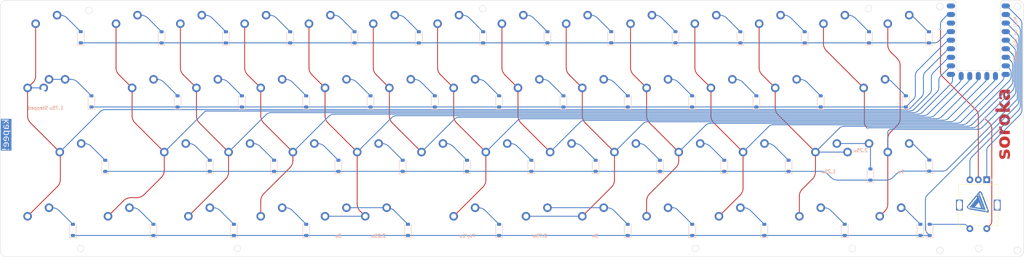
<source format=kicad_pcb>
(kicad_pcb (version 20221018) (generator pcbnew)
  (layers (0 "F.Cu" signal) (31 "B.Cu" signal) (34 "B.Paste" user) (35 "F.Paste" user) (36 "B.SilkS" user "B.Silkscreen") (37 "F.SilkS" user "F.Silkscreen") (38 "B.Mask" user) (39 "F.Mask" user) (44 "Edge.Cuts" user))
  (net 0 "")
  (net 1 "ROW0")
  (net 2 "Net-(D1-A)")
  (net 3 "Net-(D2-A)")
  (net 4 "Net-(D3-A)")
  (net 5 "Net-(D4-A)")
  (net 6 "Net-(D5-A)")
  (net 7 "Net-(D6-A)")
  (net 8 "Net-(D7-A)")
  (net 9 "Net-(D8-A)")
  (net 10 "Net-(D9-A)")
  (net 11 "Net-(D10-A)")
  (net 12 "Net-(D11-A)")
  (net 13 "Net-(D12-A)")
  (net 14 "Net-(D13-A)")
  (net 15 "Net-(D14-A)")
  (net 16 "ROW1")
  (net 17 "Net-(D15-A)")
  (net 18 "Net-(D16-A)")
  (net 19 "Net-(D17-A)")
  (net 20 "Net-(D18-A)")
  (net 21 "Net-(D19-A)")
  (net 22 "Net-(D20-A)")
  (net 23 "Net-(D21-A)")
  (net 24 "Net-(D22-A)")
  (net 25 "Net-(D23-A)")
  (net 26 "Net-(D24-A)")
  (net 27 "Net-(D25-A)")
  (net 28 "Net-(D26-A)")
  (net 29 "Net-(D27-A)")
  (net 30 "ROW2")
  (net 31 "Net-(D28-A)")
  (net 32 "Net-(D29-A)")
  (net 33 "Net-(D30-A)")
  (net 34 "Net-(D31-A)")
  (net 35 "Net-(D32-A)")
  (net 36 "Net-(D33-A)")
  (net 37 "Net-(D34-A)")
  (net 38 "Net-(D35-A)")
  (net 39 "Net-(D36-A)")
  (net 40 "Net-(D37-A)")
  (net 41 "Net-(D38-A)")
  (net 42 "Net-(D39-A)")
  (net 43 "Net-(D41-A)")
  (net 44 "ROW3")
  (net 45 "Net-(D42-A)")
  (net 46 "Net-(D43-A)")
  (net 47 "Net-(D44-A)")
  (net 48 "Net-(D45-A)")
  (net 49 "Net-(D46-A)")
  (net 50 "Net-(D47-A)")
  (net 51 "Net-(D48-A)")
  (net 52 "Net-(D49-A)")
  (net 53 "Net-(D50-A)")
  (net 54 "Net-(D51-A)")
  (net 55 "Net-(D52-A)")
  (net 57 "Net-(D40-A)")
  (net 58 "ENC_CCW")
  (net 59 "ENC_CW")
  (net 60 "GND")
  (net 61 "COL0")
  (net 62 "COL1")
  (net 63 "COL2")
  (net 64 "COL3")
  (net 65 "COL4")
  (net 66 "COL5")
  (net 67 "COL6")
  (net 68 "COL7")
  (net 69 "COL8")
  (net 70 "COL9")
  (net 71 "COL10")
  (net 72 "COL11")
  (net 73 "COL13")
  (net 74 "COL12")
  (footprint "JST-SH-Connectors-master:MX125" (layer "F.Cu") (at 86.995 89.37625)
    (fp_text reference "SW15" hide)
    (fp_text value "Stepped")
  )
  (footprint "JST-SH-Connectors-master:MX100" (layer "F.Cu") (at 308.45125 89.37625)
    (fp_text reference "SW26" hide)
    (fp_text value "MX100")
  )
  (footprint "JST-SH-Connectors-master:MX100" (layer "F.Cu") (at 227.48875 70.32625)
    (fp_text reference "SW8" hide)
    (fp_text value "MX100")
  )
  (footprint "JST-SH-Connectors-master:MX100" (layer "F.Cu") (at 222.72625 108.42625)
    (fp_text reference "SW34" hide)
    (fp_text value "MX100")
  )
  (footprint "JST-SH-Connectors-master:MX100" (layer "F.Cu") (at 279.87625 108.42625)
    (fp_text reference "SW37" hide)
    (fp_text value "MX100")
  )
  (footprint "JST-SH-Connectors-master:MX100" (layer "F.Cu") (at 194.15125 89.37625)
    (fp_text reference "SW20" hide)
    (fp_text value "MX100")
  )
  (footprint "JST-SH-Connectors-master:MX100" (layer "F.Cu") (at 189.38875 70.32625)
    (fp_text reference "SW6" hide)
    (fp_text value "MX100")
  )
  (footprint "JST-SH-Connectors-master:MX100" (layer "F.Cu") (at 303.68875 70.32625)
    (fp_text reference "SW12" hide)
    (fp_text value "MX100")
  )
  (footprint "JST-SH-Connectors-master:MX100" (layer "F.Cu") (at 260.82625 108.42625)
    (fp_text reference "SW36" hide)
    (fp_text value "MX100")
  )
  (footprint "JST-SH-Connectors-master:MX225R" (layer "F.Cu") (at 187.0075 127.47625)
    (fp_text reference "SW47" hide)
    (fp_text value "2.25u")
  )
  (footprint "JST-SH-Connectors-master:MX300R" (layer "F.Cu") (at 175.10125 127.47625)
    (fp_text reference "SW46" hide)
    (fp_text value "3u")
  )
  (footprint "JST-SH-Connectors-master:MX100" (layer "F.Cu") (at 270.35125 89.37625)
    (fp_text reference "SW24" hide)
    (fp_text value "MX100")
  )
  (footprint "JST-SH-Connectors-master:MX175" (layer "F.Cu") (at 334.645 89.37625)
    (fp_text reference "SW27" hide)
    (fp_text value "MX175")
  )
  (footprint "JST-SH-Connectors-master:MX100" (layer "F.Cu") (at 208.43875 70.32625)
    (fp_text reference "SW7" hide)
    (fp_text value "MX100")
  )
  (footprint "JST-SH-Connectors-master:MX100" (layer "F.Cu") (at 246.53875 70.32625)
    (fp_text reference "SW9" hide)
    (fp_text value "MX100")
  )
  (footprint "JST-SH-Connectors-master:MX125" (layer "F.Cu") (at 320.3575 108.42625)
    (fp_text reference "SW39" hide)
    (fp_text value "1.25u")
  )
  (footprint "JST-SH-Connectors-master:MX100" (layer "F.Cu") (at 184.62625 108.42625)
    (fp_text reference "SW32" hide)
    (fp_text value "MX100")
  )
  (footprint "JST-SH-Connectors-master:MX100" (layer "F.Cu") (at 146.52625 108.42625)
    (fp_text reference "SW30" hide)
    (fp_text value "MX100")
  )
  (footprint "JST-SH-Connectors-master:RotaryEncoder_Alps_EC11E-Switch_Vertical_H20mm" (layer "F.Cu") (at 367.29875 114.10625 -90)
    (fp_text reference "SW55" hide)
    (fp_text value "RotaryEncoder_Switch")
  )
  (footprint "JST-SH-Connectors-master:MX100" (layer "F.Cu") (at 117.95125 89.37625)
    (fp_text reference "SW16" hide)
    (fp_text value "MX100")
  )
  (footprint "JST-SH-Connectors-master:MX100" (layer "F.Cu") (at 127.47625 108.42625)
    (fp_text reference "SW29" hide)
    (fp_text value "MX100")
  )
  (footprint "JST-SH-Connectors-master:MX100" (layer "F.Cu") (at 251.30125 89.37625)
    (fp_text reference "SW23" hide)
    (fp_text value "MX100")
  )
  (footprint "JST-SH-Connectors-master:MX100" (layer "F.Cu") (at 156.05125 127.47625)
    (fp_text reference "SW45" hide)
    (fp_text value "MX100")
  )
  (footprint "JST-SH-Connectors-master:MX100" (layer "F.Cu") (at 341.78875 70.32625)
    (fp_text reference "SW14" hide)
    (fp_text value "MX100")
  )
  (footprint "JST-SH-Connectors-master:MX100" (layer "F.Cu") (at 232.25125 89.37625)
    (fp_text reference "SW22" hide)
    (fp_text value "MX100")
  )
  (footprint "JST-SH-Connectors-master:MX125" (layer "F.Cu") (at 315.595 127.47625)
    (fp_text reference "SW52" hide)
    (fp_text value "MX125")
  )
  (footprint "JST-SH-Connectors-master:MX100" (layer "F.Cu") (at 156.05125 89.37625)
    (fp_text reference "SW18" hide)
    (fp_text value "MX100")
  )
  (footprint "JST-SH-Connectors-master:MX100" (layer "F.Cu") (at 137.00125 89.37625)
    (fp_text reference "SW17" hide)
    (fp_text value "MX100")
  )
  (footprint "JST-SH-Connectors-master:MX225" (layer "F.Cu") (at 329.8825 108.42625)
    (fp_text reference "SW40" hide)
    (fp_text value "2.25u")
  )
  (footprint "JST-SH-Connectors-master:MX100" (layer "F.Cu") (at 170.33875 70.32625)
    (fp_text reference "SW5" hide)
    (fp_text value "MX100")
  )
  (footprint "JST-SH-Connectors-master:MX100" (layer "F.Cu") (at 113.18875 70.32625)
    (fp_text reference "SW2" hide)
    (fp_text value "MX100")
  )
  (footprint "JST-SH-Connectors-master:MX100" (layer "F.Cu") (at 165.57625 108.42625)
    (fp_text reference "SW31" hide)
    (fp_text value "MX100")
  )
  (footprint "JST-SH-Connectors-master:MX100" (layer "F.Cu") (at 175.10125 89.37625)
    (fp_text reference "SW19" hide)
    (fp_text value "MX100")
  )
  (footprint "JST-SH-Connectors-master:MX300R" (layer "F.Cu") (at 251.30125 127.47625)
    (fp_text reference "SW49" hide)
    (fp_text value "3u")
  )
  (footprint "JST-SH-Connectors-master:MX100" (layer "F.Cu") (at 270.35125 127.47625)
    (fp_text reference "SW50" hide)
    (fp_text value "MX100")
  )
  (footprint "JST-SH-Connectors-master:MX225" (layer "F.Cu") (at 96.52 108.42625)
    (fp_text reference "SW28" hide)
    (fp_text value "MX225R")
  )
  (footprint "JST-SH-Connectors-master:MX125" (layer "F.Cu") (at 291.7825 127.47625)
    (fp_text reference "SW51" hide)
    (fp_text value "MX125")
  )
  (footprint "JST-SH-Connectors-master:MX700R" (layer "F.Cu") (at 213.20125 127.47625)
    (fp_text reference "SW48" hide)
    (fp_text value "7u/1u")
  )
  (footprint "JST-SH-Connectors-master:MX100" (layer "F.Cu") (at 265.58875 70.32625)
    (fp_text reference "SW10" hide)
    (fp_text value "MX100")
  )
  (footprint "JST-SH-Connectors-master:MX100" (layer "F.Cu") (at 132.23875 70.32625)
    (fp_text reference "SW3" hide)
    (fp_text value "MX100")
  )
  (footprint "JST-SH-Connectors-master:MX125" (layer "F.Cu") (at 134.62 127.47625)
    (fp_text reference "SW44" hide)
    (fp_text value "MX125")
  )
  (footprint "JST-SH-Connectors-master:MX125" (layer "F.Cu") (at 86.995 127.47625)
    (fp_text reference "SW42" hide)
    (fp_text value "MX125")
  )
  (footprint "JST-SH-Connectors-master:MX100" (layer "F.Cu") (at 284.63875 70.32625)
    (fp_text reference "SW11" hide)
    (fp_text value "MX100")
  )
  (footprint "JST-SH-Connectors-master:MX100" (layer "F.Cu") (at 322.73875 70.32625)
    (fp_text reference "SW13" hide)
    (fp_text value "MX100")
  )
  (footprint "JST-SH-Connectors-master:MX150" (layer "F.Cu") (at 89.37625 70.32625)
    (fp_text reference "SW1" hide)
    (fp_text value "MX150")
  )
  (footprint "JST-SH-Connectors-master:MX175" (layer "F.Cu") (at 91.7575 89.37625)
    (fp_text reference "SW55" hide)
    (fp_text value "1.75u")
  )
  (footprint "JST-SH-Connectors-master:MX100" (layer "F.Cu") (at 341.78875 108.42625)
    (fp_text reference "SW41" hide)
    (fp_text value "1u")
  )
  (footprint "JST-SH-Connectors-master:MX100" (layer "F.Cu") (at 213.20125 89.37625)
    (fp_text reference "SW21" hide)
    (fp_text value "MX100")
  )
  (footprint "JST-SH-Connectors-master:MX100" (layer "F.Cu") (at 289.40125 89.37625)
    (fp_text reference "SW25" hide)
    (fp_text value "MX100")
  )
  (footprint "JST-SH-Connectors-master:MX100" (layer "F.Cu") (at 151.28875 70.32625)
    (fp_text reference "SW4" hide)
    (fp_text value "MX100")
  )
  (footprint "JST-SH-Connectors-master:MX125" (layer "F.Cu") (at 110.8075 127.47625)
    (fp_text reference "SW43" hide)
    (fp_text value "MX125")
  )
  (footprint "JST-SH-Connectors-master:MX100" (layer "F.Cu") (at 203.67625 108.42625)
    (fp_text reference "SW33" hide)
    (fp_text value "MX100")
  )
  (footprint "JST-SH-Connectors-master:MX100" (layer "F.Cu") (at 241.77625 108.42625)
    (fp_text reference "SW35" hide)
    (fp_text value "MX100")
  )
  (footprint "JST-SH-Connectors-master:MX125" (layer "F.Cu") (at 339.4075 127.47625)
    (fp_text reference "SW53" hide)
    (fp_text value "MX125")
  )
  (footprint "JST-SH-Connectors-master:MX100" (layer "F.Cu") (at 298.92625 108.42625)
    (fp_text reference "SW38" hide)
    (fp_text value "MX100")
  )
  (footprint "JST-SH-Connectors-master:D_SOD-123" (layer "B.Cu") (at 156.18875 109.97 90)
    (fp_text reference "D30" hide)
    (fp_text value "1N4148W")
  )
  (footprint "JST-SH-Connectors-master:D_SOD-123" (layer "B.Cu") (at 299.05625 90.85 90)
    (fp_text reference "D25" hide)
    (fp_text value "1N4148W")
  )
  (footprint "JST-SH-Connectors-master:D_SOD-123" (layer "B.Cu") (at 347.64625 128.98 90)
    (fp_text reference "D42" hide)
    (fp_text value "1N4148W")
  )
  (footprint "JST-SH-Connectors-master:MCU_rp2040-zero-smd" (layer "B.Cu") (at 364.79875 72.68 180)
    (fp_text reference "U1" hide)
    (fp_text value "RP2040-Zero" hide)
  )
  (footprint "JST-SH-Connectors-master:D_SOD-123" (layer "B.Cu") (at 280.00625 90.85 90)
    (fp_text reference "D24" hide)
    (fp_text value "1N4148W")
  )
  (footprint "JST-SH-Connectors-master:D_SOD-123" (layer "B.Cu") (at 180.01875 71.83 90)
    (fp_text reference "D5" hide)
    (fp_text value "1N4148W")
  )
  (footprint "JST-SH-Connectors-master:MX275R" (layer "B.Cu") (at 234.6325 127.47625 180)
    (fp_text reference "SW54" hide)
    (fp_text value "2.75u")
  )
  (footprint "JST-SH-Connectors-master:D_SOD-123" (layer "B.Cu") (at 195.84875 128.98 90)
    (fp_text reference "D48" hide)
    (fp_text value "1N4148W")
  )
  (footprint "JST-SH-Connectors-master:D_SOD-123" (layer "B.Cu") (at 127.60625 90.85 90)
    (fp_text reference "D16" hide)
    (fp_text value "1N4148W")
  )
  (footprint "JST-SH-Connectors-master:D_SOD-123" (layer "B.Cu") (at 120.45625 128.98 90)
    (fp_text reference "D51" hide)
    (fp_text value "1N4148W")
  )
  (footprint "JST-SH-Connectors-master:D_SOD-123" (layer "B.Cu") (at 165.70625 90.85 90)
    (fp_text reference "D18" hide)
    (fp_text value "1N4148W")
  )
  (footprint "JST-SH-Connectors-master:D_SOD-123" (layer "B.Cu") (at 294.31875 71.83 90)
    (fp_text reference "D11" hide)
    (fp_text value "1N4148W")
  )
  (footprint "JST-SH-Connectors-master:D_SOD-123" (layer "B.Cu") (at 332.41875 71.83 90)
    (fp_text reference "D13" hide)
    (fp_text value "1N4148W")
  )
  (footprint "JST-SH-Connectors-master:D_SOD-123" (layer "B.Cu") (at 289.53875 109.97 90)
    (fp_text reference "D37" hide)
    (fp_text value "1N4148W")
  )
  (footprint "JST-SH-Connectors-master:D_SOD-123" (layer "B.Cu") (at 325.22875 128.98 90)
    (fp_text reference "D43" hide)
    (fp_text value "1N4148W")
  )
  (footprint "JST-SH-Connectors-master:D_SOD-123" (layer "B.Cu") (at 146.65625 90.85 90)
    (fp_text reference "D17" hide)
    (fp_text value "1N4148W")
  )
  (footprint "JST-SH-Connectors-master:D_SOD-123" (layer "B.Cu") (at 260.95625 90.85 90)
    (fp_text reference "D23" hide)
    (fp_text value "1N4148W")
  )
  (footprint "JST-SH-Connectors-master:D_SOD-123" (layer "B.Cu") (at 222.84625 128.98 90)
    (fp_text reference "D47" hide)
    (fp_text value "1N4148W")
  )
  (footprint "JST-SH-Connectors-master:D_SOD-123" (layer "B.Cu") (at 237.16875 71.83 90)
    (fp_text reference "D8" hide)
    (fp_text value "1N4148W")
  )
  (footprint "JST-SH-Connectors-master:D_SOD-123" (layer "B.Cu") (at 160.96875 71.83 90)
    (fp_text reference "D4" hide)
    (fp_text value "1N4148W")
  )
  (footprint "JST-SH-Connectors-master:D_SOD-123" (layer "B.Cu") (at 203.80625 90.85 90)
    (fp_text reference "D20" hide)
    (fp_text value "1N4148W")
  )
  (footprint "JST-SH-Connectors-master:D_SOD-123" (layer "B.Cu") (at 218.11875 71.83 90)
    (fp_text reference "D7" hide)
    (fp_text value "1N4148W")
  )
  (footprint "JST-SH-Connectors-master:D_SOD-123" (layer "B.Cu") (at 251.43875 109.97 90)
    (fp_text reference "D35" hide)
    (fp_text value "1N4148W")
  )
  (footprint "JST-SH-Connectors-master:D_SOD-123" (layer "B.Cu") (at 350.38875 128.98 90)
    (fp_text reference "D40" hide)
    (fp_text value "1N4148W")
  )
  (footprint "JST-SH-Connectors-master:D_SOD-123" (layer "B.Cu") (at 213.33875 109.97 90)
    (fp_text reference "D33" hide)
    (fp_text value "1N4148W")
  )
  (footprint "JST-SH-Connectors-master:D_SOD-123" (layer "B.Cu") (at 280.04625 128.98 90)
    (fp_text reference "D45" hide)
    (fp_text value "1N4148W")
  )
  (footprint "JST-SH-Connectors-master:D_SOD-123" (layer "B.Cu") (at 194.28875 109.97 90)
    (fp_text reference "D32" hide)
    (fp_text value "1N4148W")
  )
  (footprint "JST-SH-Connectors-master:D_SOD-123" (layer "B.Cu") (at 144.28875 128.98 90)
    (fp_text reference "D50" hide)
    (fp_text value "1N4148W")
  )
  (footprint "JST-SH-Connectors-master:D_SOD-123" (layer "B.Cu") (at 270.48875 109.97 90)
    (fp_text reference "D36" hide)
    (fp_text value "1N4148W")
  )
  (footprint "JST-SH-Connectors-master:D_SOD-123" (layer "B.Cu") (at 98.92625 71.81 90)
    (fp_text reference "D1" hide)
    (fp_text value "1N4148W")
  )
  (footprint "JST-SH-Connectors-master:D_SOD-123" (layer "B.Cu") (at 332.85 112.55 90)
    (fp_text reference "D39" hide)
    (fp_text value "1N4148W")
  )
  (footprint "JST-SH-Connectors-master:D_SOD-123" (layer "B.Cu") (at 350.27875 109.89 90)
    (fp_text reference "D41" hide)
    (fp_text value "1N4148W")
  )
  (footprint "JST-SH-Connectors-master:D_SOD-123" (layer "B.Cu") (at 260.93875 128.98 90)
    (fp_text reference "D46" hide)
    (fp_text value "1N4148W")
  )
  (footprint "JST-SH-Connectors-master:D_SOD-123" (layer "B.Cu") (at 241.90625 90.85 90)
    (fp_text reference "D22" hide)
    (fp_text value "1N4148W")
  )
  (footprint "JST-SH-Connectors-master:D_SOD-123" (layer "B.Cu") (at 106.16625 109.97 90)
    (fp_text reference "D28" hide)
    (fp_text value "1N4148W")
  )
  (footprint "JST-SH-Connectors-master:D_SOD-123" (layer "B.Cu") (at 313.36875 71.83 90)
    (fp_text reference "D12" hide)
    (fp_text value "1N4148W")
  )
  (footprint "JST-SH-Connectors-master:D_SOD-123" (layer "B.Cu") (at 343.33 90.85 90)
    (fp_text reference "D27" hide)
    (fp_text value "1N4148W")
  )
  (footprint "JST-SH-Connectors-master:D_SOD-123" (layer "B.Cu") (at 102.08875 90.85 90)
    (fp_text reference "D15" hide)
    (fp_text value "1N4148W")
  )
  (footprint "JST-SH-Connectors-master:D_SOD-123" (layer "B.Cu") (at 96.59625 128.98 90)
    (fp_text reference "D52" hide)
    (fp_text value "1N4148W")
  )
  (footprint "JST-SH-Connectors-master:D_SOD-123" (layer "B.Cu") (at 122.86875 71.83 90)
    (fp_text reference "D2" hide)
    (fp_text value "1N4148W")
  )
  (footprint "JST-SH-Connectors-master:D_SOD-123" (layer "B.Cu") (at 308.58875 109.97 90)
    (fp_text reference "D38" hide)
    (fp_text value "1N4148W")
  )
  (footprint "JST-SH-Connectors-master:D_SOD-123" (layer "B.Cu") (at 232.38875 109.97 90)
    (fp_text reference "D34" hide)
    (fp_text value "1N4148W")
  )
  (footprint "JST-SH-Connectors-master:D_SOD-123" (layer "B.Cu") (at 318.10625 90.85 90)
    (fp_text reference "D26" hide)
    (fp_text value "1N4148W")
  )
  (footprint "JST-SH-Connectors-master:D_SOD-123" (layer "B.Cu") (at 199.06875 71.83 90)
    (fp_text reference "D6" hide)
    (fp_text value "1N4148W")
  )
  (footprint "JST-SH-Connectors-master:D_SOD-123" (layer "B.Cu") (at 184.75625 90.85 90)
    (fp_text reference "D19" hide)
    (fp_text value "1N4148W")
  )
  (footprint "JST-SH-Connectors-master:D_SOD-123" (layer "B.Cu") (at 222.85625 90.85 90)
    (fp_text reference "D21" hide)
    (fp_text value "1N4148W")
  )
  (footprint "JST-SH-Connectors-master:D_SOD-123" (layer "B.Cu") (at 256.05875 71.8 90)
    (fp_text reference "D9" hide)
    (fp_text value "1N4148W")
  )
  (footprint "JST-SH-Connectors-master:D_SOD-123" (layer "B.Cu") (at 141.91875 71.83 90)
    (fp_text reference "D3" hide)
    (fp_text value "1N4148W")
  )
  (footprint "JST-SH-Connectors-master:D_SOD-123" (layer "B.Cu") (at 165.71625 128.98 90)
    (fp_text reference "D49" hide)
    (fp_text value "1N4148W")
  )
  (footprint "JST-SH-Connectors-master:D_SOD-123" (layer "B.Cu") (at 275.10625 71.79 90)
    (fp_text reference "D10" hide)
    (fp_text value "1N4148W")
  )
  (footprint "JST-SH-Connectors-master:D_SOD-123" (layer "B.Cu") (at 175.23875 109.97 90)
    (fp_text reference "D31" hide)
    (fp_text value "1N4148W")
  )
  (footprint "JST-SH-Connectors-master:D_SOD-123" (layer "B.Cu") (at 301.40875 128.98 90)
    (fp_text reference "D44" hide)
    (fp_text value "1N4148W")
  )
  (footprint "JST-SH-Connectors-master:D_SOD-123" (layer "B.Cu") (at 137.13875 109.97 90)
    (fp_text reference "D29" hide)
    (fp_text value "1N4148W")
  )
  (footprint "JST-SH-Connectors-master:D_SOD-123" (layer "B.Cu") (at 350.16875 71.83 90)
    (fp_text reference "D14" hide)
    (fp_text value "1N4148W")
  )
  (gr_poly (pts (xy 365.318211 117.509915) (xy 365.309608 117.51052) (xy 365.300916 117.511513) (xy 365.292145 117.512882) (xy 365.274407 117.516694) (xy 365.256479 117.521854) (xy 365.238442 117.528262) (xy 365.220379 117.535815) (xy 365.202374 117.544411) (xy 365.184509 117.55395) (xy 365.166866 117.564329) (xy 365.14953 117.575446) (xy 365.132583 117.587201) (xy 365.116107 117.599491) (xy 365.100186 117.612215) (xy 365.084902 117.625272) (xy 365.070339 117.638558) (xy 365.056578 117.651974) (xy 364.959719 117.756219) (xy 364.834671 117.900048) (xy 364.690322 118.071687) (xy 364.535559 118.259357) (xy 363.99014 118.93482) (xy 363.837444 119.120837) (xy 363.788839 119.177948) (xy 363.780966 119.187633) (xy 363.774266 119.195518) (xy 363.768328 119.202249) (xy 363.762743 119.20847) (xy 363.757101 119.214829) (xy 363.750993 119.22197) (xy 363.744008 119.230539) (xy 363.74006 119.235562) (xy 363.735738 119.241183) (xy 363.711336 119.273508) (xy 363.698699 119.290047) (xy 363.692074 119.298546) (xy 363.685169 119.307248) (xy 363.028406 120.100387) (xy 362.984899 120.157242) (xy 362.936401 120.218175) (xy 362.884366 120.281833) (xy 362.830245 120.346864) (xy 362.621967 120.593664) (xy 362.615052 120.60212) (xy 362.608882 120.610029) (xy 362.603244 120.617516) (xy 362.597925 120.624709) (xy 362.592713 120.631732) (xy 362.587395 120.638714) (xy 362.58176 120.645779) (xy 362.578758 120.649383) (xy 362.575596 120.653054) (xy 362.468918 120.779123) (xy 362.460477 120.788854) (xy 362.453164 120.797609) (xy 362.446699 120.805637) (xy 362.4408 120.813188) (xy 362.429576 120.827859) (xy 362.423688 120.835479) (xy 362.417241 120.843621) (xy 361.939936 121.424771) (xy 361.891043 121.484268) (xy 361.840025 121.544494) (xy 361.735134 121.665987) (xy 361.683023 121.726682) (xy 361.632309 121.786962) (xy 361.583873 121.84654) (xy 361.538596 121.90513) (xy 361.517418 121.934476) (xy 361.498206 121.963472) (xy 361.48112 121.992219) (xy 361.46632 122.02082) (xy 361.453968 122.049374) (xy 361.444223 122.077984) (xy 361.440379 122.092342) (xy 361.437248 122.106752) (xy 361.434848 122.121226) (xy 361.433202 122.135777) (xy 361.432327 122.150419) (xy 361.432246 122.165163) (xy 361.432977 122.180023) (xy 361.434541 122.19501) (xy 361.436958 122.210138) (xy 361.440248 122.22542) (xy 361.444431 122.240868) (xy 361.449527 122.256494) (xy 361.455556 122.272312) (xy 361.462539 122.288334) (xy 361.470495 122.304573) (xy 361.479445 122.321041) (xy 361.489409 122.337751) (xy 361.500406 122.354717) (xy 361.512457 122.371949) (xy 361.525582 122.389462) (xy 361.67013 122.573529) (xy 361.672089 122.575603) (xy 361.67393 122.577494) (xy 361.675669 122.579229) (xy 361.677323 122.580835) (xy 361.680442 122.583768) (xy 361.68342 122.586509) (xy 361.686391 122.589275) (xy 361.689486 122.592282) (xy 361.691122 122.593944) (xy 361.69284 122.595747) (xy 361.694655 122.597719) (xy 361.696584 122.599887) (xy 361.786481 122.700278) (xy 361.82335 122.738638) (xy 361.856854 122.770271) (xy 361.888508 122.79605) (xy 361.919829 122.816848) (xy 361.952333 122.833537) (xy 361.987536 122.84699) (xy 362.026953 122.85808) (xy 362.072101 122.86768) (xy 362.185652 122.885899) (xy 362.340318 122.908629) (xy 362.436859 122.923868) (xy 362.548226 122.942852) (xy 363.252584 123.064296) (xy 363.950512 123.179687) (xy 365.355137 123.40892) (xy 367.350913 123.747564) (xy 367.415312 123.757582) (xy 367.451124 123.762785) (xy 367.488672 123.767326) (xy 367.527451 123.770613) (xy 367.566957 123.772052) (xy 367.606685 123.77105) (xy 367.626475 123.769448) (xy 367.646131 123.767014) (xy 367.66559 123.763672) (xy 367.68479 123.75935) (xy 367.703667 123.753973) (xy 367.722157 123.747466) (xy 367.740199 123.739756) (xy 367.757729 123.730768) (xy 367.774683 123.720429) (xy 367.791 123.708664) (xy 367.806615 123.695399) (xy 367.821465 123.680559) (xy 367.835489 123.664072) (xy 367.848622 123.645862) (xy 367.860801 123.625855) (xy 367.871964 123.603978) (xy 367.882047 123.580156) (xy 367.890987 123.554315) (xy 367.894908 123.539749) (xy 367.897841 123.524599) (xy 367.899831 123.508907) (xy 367.900925 123.492714) (xy 367.901169 123.476061) (xy 367.900608 123.458989) (xy 367.897261 123.423757) (xy 367.892033 123.392083) (xy 367.567403 123.392083) (xy 367.565477 123.406326) (xy 367.561676 123.418792) (xy 367.556085 123.429567) (xy 367.548788 123.438734) (xy 367.539869 123.446378) (xy 367.529413 123.452582) (xy 367.517505 123.457431) (xy 367.504227 123.461009) (xy 367.489666 123.463399) (xy 367.473904 123.464687) (xy 367.43912 123.46429) (xy 367.40055 123.46049) (xy 367.03669 123.388357) (xy 366.85714 123.363024) (xy 366.676878 123.33376) (xy 366.315352 123.268431) (xy 365.954376 123.202359) (xy 365.774803 123.172166) (xy 365.596218 123.145532) (xy 365.551874 123.139159) (xy 365.506511 123.131987) (xy 365.460143 123.123846) (xy 365.436588 123.11936) (xy 365.412787 123.114569) (xy 365.24098 123.081184) (xy 365.06656 123.050605) (xy 364.713068 122.994399) (xy 364.358677 122.939013) (xy 364.183133 122.90946) (xy 364.009751 122.877511) (xy 363.964587 122.869134) (xy 363.921095 122.861722) (xy 363.877813 122.854871) (xy 363.833283 122.848178) (xy 362.683088 122.658398) (xy 362.47286 122.625439) (xy 362.422638 122.617449) (xy 362.376115 122.611107) (xy 362.292902 122.601411) (xy 362.255578 122.59708) (xy 362.220688 122.592443) (xy 362.187914 122.587011) (xy 362.156941 122.580296) (xy 362.14203 122.576304) (xy 362.127451 122.571808) (xy 362.113163 122.566747) (xy 362.099128 122.56106) (xy 362.085305 122.554686) (xy 362.071656 122.547564) (xy 362.05814 122.539632) (xy 362.044717 122.53083) (xy 362.031349 122.521097) (xy 362.017996 122.510371) (xy 362.004618 122.498591) (xy 361.991176 122.485697) (xy 361.97763 122.471627) (xy 361.96394 122.45632) (xy 361.950067 122.439716) (xy 361.935971 122.421753) (xy 361.896915 122.373806) (xy 361.89135 122.366646) (xy 361.885431 122.359301) (xy 361.879131 122.351717) (xy 361.872424 122.343838) (xy 361.857683 122.326975) (xy 361.840995 122.308273) (xy 361.813996 122.277821) (xy 361.799205 122.260456) (xy 361.784687 122.242558) (xy 361.777797 122.233617) (xy 361.771295 122.224793) (xy 361.765287 122.21617) (xy 361.75988 122.207832) (xy 361.755179 122.199861) (xy 361.751292 122.192342) (xy 361.748325 122.185357) (xy 361.74722 122.182092) (xy 361.746384 122.178991) (xy 361.745263 122.171771) (xy 361.74515 122.164246) (xy 361.74599 122.15644) (xy 361.747727 122.148375) (xy 361.750307 122.140073) (xy 361.753673 122.131558) (xy 361.75777 122.122852) (xy 361.762543 122.113977) (xy 361.767937 122.104958) (xy 361.773896 122.095816) (xy 361.787288 122.077254) (xy 361.802276 122.058475) (xy 361.818418 122.03966) (xy 361.83527 122.02099) (xy 361.852389 122.002648) (xy 361.885656 121.967673) (xy 361.914677 121.93619) (xy 361.926488 121.922212) (xy 361.935907 121.909652) (xy 363.116713 120.473126) (xy 363.120075 120.469271) (xy 363.123185 120.465871) (xy 363.129166 120.45949) (xy 363.132295 120.456038) (xy 363.135689 120.452095) (xy 363.137525 120.449867) (xy 363.139476 120.447427) (xy 363.141557 120.444747) (xy 363.143786 120.441797) (xy 363.197129 120.37868) (xy 363.19993 120.374848) (xy 363.202004 120.371899) (xy 363.203462 120.369704) (xy 363.204413 120.368132) (xy 363.204967 120.367055) (xy 363.205236 120.366341) (xy 363.205328 120.36586) (xy 363.205355 120.365484) (xy 363.205427 120.365081) (xy 363.205653 120.364523) (xy 363.206143 120.363678) (xy 363.207009 120.362418) (xy 363.208361 120.360612) (xy 363.210307 120.35813) (xy 363.216428 120.350619) (xy 363.91465 119.494043) (xy 363.922405 119.486259) (xy 363.925524 119.48309) (xy 363.928391 119.480048) (xy 363.929791 119.478492) (xy 363.931199 119.476868) (xy 363.93264 119.475143) (xy 363.934139 119.473285) (xy 363.935718 119.471259) (xy 363.937401 119.469034) (xy 363.941178 119.463849) (xy 363.94436 119.459215) (xy 363.946206 119.456283) (xy 363.948262 119.452739) (xy 363.949657 119.450733) (xy 363.952089 119.447642) (xy 363.956149 119.44277) (xy 363.962432 119.435421) (xy 364.274489 119.062866) (xy 364.279917 119.055399) (xy 364.286219 119.047288) (xy 364.289699 119.04309) (xy 364.293399 119.038849) (xy 364.297319 119.034607) (xy 364.30146 119.030402) (xy 364.305821 119.026275) (xy 364.310405 119.022265) (xy 364.31521 119.018411) (xy 364.320238 119.014755) (xy 364.325488 119.011334) (xy 364.330962 119.00819) (xy 364.33666 119.005362) (xy 364.342582 119.00289) (xy 364.35141 119.018154) (xy 364.359997 119.034262) (xy 364.368357 119.051122) (xy 364.376504 119.068643) (xy 364.392214 119.105303) (xy 364.407241 119.143514) (xy 364.421697 119.182546) (xy 364.435695 119.221672) (xy 364.462767 119.297287) (xy 364.469107 119.31368) (xy 364.475426 119.328771) (xy 364.48738 119.355749) (xy 364.492703 119.367985) (xy 364.497382 119.379619) (xy 364.501261 119.390826) (xy 364.502852 119.396324) (xy 364.504184 119.401781) (xy 364.505239 119.40722) (xy 364.505996 119.41266) (xy 364.506436 119.418126) (xy 364.50654 119.423638) (xy 364.506288 119.429218) (xy 364.505661 119.434888) (xy 364.504639 119.440671) (xy 364.503202 119.446587) (xy 364.501332 119.452659) (xy 364.499008 119.458909) (xy 364.496211 119.465359) (xy 364.492923 119.47203) (xy 364.489122 119.478944) (xy 364.48479 119.486124) (xy 364.479907 119.493591) (xy 364.474454 119.501367) (xy 364.273391 119.744677) (xy 364.272688 119.745678) (xy 364.2718 119.746966) (xy 364.270929 119.748262) (xy 364.270563 119.748824) (xy 364.270278 119.749282) (xy 364.180506 119.8565) (xy 364.177535 119.860878) (xy 364.175988 119.863152) (xy 364.174235 119.865641) (xy 364.172149 119.868465) (xy 364.169604 119.871743) (xy 364.166476 119.875595) (xy 364.162639 119.880139) (xy 363.874939 120.230291) (xy 363.872581 120.23318) (xy 363.869742 120.236419) (xy 363.866489 120.239979) (xy 363.862892 120.243829) (xy 363.854939 120.25227) (xy 363.850719 120.256799) (xy 363.84643 120.261493) (xy 363.645618 120.505526) (xy 363.638517 120.513962) (xy 363.632192 120.52136) (xy 363.620969 120.534352) (xy 363.615619 120.540599) (xy 363.610142 120.547116) (xy 363.604313 120.554231) (xy 363.597905 120.562271) (xy 363.147191 121.111267) (xy 363.135332 121.127328) (xy 363.123016 121.143331) (xy 363.097281 121.175181) (xy 363.070518 121.206854) (xy 363.04326 121.238384) (xy 363.016041 121.269809) (xy 362.989393 121.301163) (xy 362.96385 121.332484) (xy 362.951658 121.348142) (xy 362.939943 121.363806) (xy 362.937451 121.367093) (xy 362.935016 121.370078) (xy 362.932617 121.37282) (xy 362.930234 121.375379) (xy 362.927848 121.377813) (xy 362.925437 121.380181) (xy 362.920462 121.384956) (xy 362.915149 121.390173) (xy 362.912315 121.393095) (xy 362.909335 121.396305) (xy 362.906191 121.399861) (xy 362.902861 121.403823) (xy 362.899325 121.408249) (xy 362.895563 121.413198) (xy 362.582421 121.79295) (xy 362.582116 121.793394) (xy 362.58175 121.793945) (xy 362.580922 121.795233) (xy 362.580109 121.796533) (xy 362.579482 121.797564) (xy 362.579154 121.798008) (xy 362.578767 121.79856) (xy 362.577889 121.799847) (xy 362.576999 121.801147) (xy 362.576596 121.801714) (xy 362.576246 121.802179) (xy 362.522486 121.870092) (xy 362.414849 121.99109) (xy 362.388573 122.021587) (xy 362.363068 122.052367) (xy 362.338593 122.083522) (xy 362.326823 122.099268) (xy 362.315407 122.115142) (xy 362.315099 122.115592) (xy 362.314727 122.116153) (xy 362.313867 122.117464) (xy 362.313418 122.118142) (xy 362.312983 122.118785) (xy 362.312581 122.119357) (xy 362.31223 122.119821) (xy 362.22488 122.232751) (xy 362.222769 122.237994) (xy 362.22159 122.242866) (xy 362.221297 122.247381) (xy 362.221839 122.251555) (xy 362.22317 122.255402) (xy 362.225239 122.258937) (xy 362.228 122.262175) (xy 362.231404 122.265129) (xy 362.235401 122.267816) (xy 362.239945 122.270249) (xy 362.244986 122.272444) (xy 362.250477 122.274415) (xy 362.262611 122.277743) (xy 362.275962 122.280352) (xy 362.290141 122.282359) (xy 362.304762 122.283881) (xy 362.333782 122.285944) (xy 362.359925 122.28748) (xy 362.37095 122.288345) (xy 362.380094 122.289431) (xy 363.12212 122.415271) (xy 363.281452 122.4414) (xy 363.363907 122.454904) (xy 363.448468 122.469369) (xy 365.167115 122.761569) (xy 366.042636 122.911391) (xy 366.615095 123.005451) (xy 366.825011 123.037172) (xy 366.942153 123.051031) (xy 366.883646 122.874005) (xy 366.879737 122.863259) (xy 366.878901 122.861094) (xy 366.878746 122.860812) (xy 366.878293 122.859776) (xy 366.877187 122.857019) (xy 366.875072 122.851574) (xy 366.857315 122.800955) (xy 366.834275 122.732585) (xy 366.809777 122.664764) (xy 366.807393 122.658554) (xy 366.338001 122.658554) (xy 366.333245 122.658405) (xy 366.326442 122.65778) (xy 366.307855 122.655286) (xy 366.284568 122.651445) (xy 366.258907 122.646628) (xy 366.233199 122.641206) (xy 366.20977 122.635551) (xy 366.199638 122.632752) (xy 366.190949 122.630034) (xy 366.183993 122.627444) (xy 366.179061 122.625027) (xy 366.179064 122.625025) (xy 366.179067 122.625024) (xy 366.17907 122.625022) (xy 366.179073 122.62502) (xy 366.179076 122.625019) (xy 366.179078 122.625017) (xy 366.179083 122.625013) (xy 366.179092 122.625007) (xy 366.179097 122.625003) (xy 366.179099 122.625001) (xy 366.179102 122.625) (xy 366.173377 122.621209) (xy 366.167823 122.61691) (xy 366.162436 122.612131) (xy 366.157212 122.6069) (xy 366.14724 122.595194) (xy 366.137879 122.582017) (xy 366.129097 122.567592) (xy 366.120868 122.552145) (xy 366.11316 122.535899) (xy 366.108715 122.525537) (xy 365.648288 122.525537) (xy 365.625177 122.525991) (xy 365.577873 122.521624) (xy 365.423946 122.5009) (xy 364.971637 122.428869) (xy 364.231752 122.30137) (xy 364.174365 122.291926) (xy 364.11075 122.282711) (xy 363.973006 122.263644) (xy 363.902961 122.253132) (xy 363.834857 122.241527) (xy 363.770735 122.228499) (xy 363.740807 122.221348) (xy 363.712639 122.213717) (xy 363.714268 122.211506) (xy 363.715588 122.209656) (xy 363.716643 122.208116) (xy 363.717476 122.206836) (xy 363.718131 122.205766) (xy 363.718651 122.204855) (xy 363.719464 122.20331) (xy 363.720264 122.201799) (xy 363.720768 122.20093) (xy 363.7214 122.199918) (xy 363.722203 122.198714) (xy 363.723222 122.197266) (xy 363.724499 122.195524) (xy 363.726079 122.193438) (xy 364.146027 121.683618) (xy 364.149819 121.679402) (xy 364.153078 121.675706) (xy 364.155878 121.672455) (xy 364.158296 121.669574) (xy 364.16228 121.664624) (xy 364.165626 121.660254) (xy 364.168933 121.655865) (xy 364.172798 121.650857) (xy 364.177819 121.644631) (xy 364.18095 121.640874) (xy 364.184594 121.636587) (xy 364.320609 121.471151) (xy 364.324054 121.466802) (xy 364.326666 121.46364) (xy 364.32875 121.46125) (xy 364.330609 121.459219) (xy 364.332547 121.457131) (xy 364.334866 121.454573) (xy 364.33787 121.451129) (xy 364.341863 121.446386) (xy 364.96514 120.686059) (xy 365.136376 121.12239) (xy 365.140012 121.13196) (xy 365.143246 121.140163) (xy 365.148933 121.154105) (xy 365.151597 121.160662) (xy 365.154284 121.167486) (xy 365.157099 121.174988) (xy 365.160148 121.183575) (xy 365.444181 121.957516) (xy 365.448369 121.969583) (xy 365.561179 122.264232) (xy 365.595102 122.355455) (xy 365.623524 122.435486) (xy 365.642551 122.495216) (xy 365.647324 122.514622) (xy 365.648288 122.525537) (xy 366.108715 122.525537) (xy 366.105945 122.519079) (xy 366.099194 122.501909) (xy 366.092877 122.484612) (xy 366.081428 122.45054) (xy 366.062455 122.390753) (xy 365.842554 121.800357) (xy 365.838529 121.789547) (xy 365.838149 121.788455) (xy 365.838343 121.788863) (xy 365.838726 121.789741) (xy 365.838867 121.790033) (xy 365.838905 121.790086) (xy 365.838912 121.790056) (xy 365.838516 121.788778) (xy 365.837153 121.784875) (xy 365.531755 120.95646) (xy 365.526777 120.942692) (xy 365.520769 120.926403) (xy 365.360813 120.495959) (xy 365.332912 120.42247) (xy 365.32934 120.412508) (xy 365.32612 120.403809) (xy 365.320288 120.388683) (xy 365.314523 120.374068) (xy 365.307932 120.356936) (xy 365.301794 120.340357) (xy 365.295828 120.323951) (xy 365.289421 120.306564) (xy 365.281963 120.287045) (xy 365.065532 119.70942) (xy 365.062973 119.702755) (xy 365.062688 119.702047) (xy 365.06238 119.701241) (xy 365.061731 119.69947) (xy 365.060561 119.696219) (xy 364.997504 119.527139) (xy 364.995821 119.522258) (xy 364.994274 119.517703) (xy 364.992812 119.513442) (xy 364.991384 119.509442) (xy 364.98909 119.503314) (xy 364.986679 119.49713) (xy 364.981557 119.484372) (xy 364.976115 119.470725) (xy 364.973304 119.46343) (xy 364.97045 119.455746) (xy 364.947988 119.395614) (xy 364.937035 119.367474) (xy 364.925542 119.337183) (xy 364.913842 119.305495) (xy 364.902266 119.273162) (xy 364.899054 119.264214) (xy 364.896247 119.256603) (xy 364.891289 119.243661) (xy 364.886274 119.230878) (xy 364.880088 119.214798) (xy 364.875213 119.20177) (xy 364.874915 119.201051) (xy 364.874597 119.200229) (xy 364.873938 119.198417) (xy 364.872763 119.195105) (xy 364.871631 119.191794) (xy 364.871014 119.190008) (xy 364.870475 119.188504) (xy 364.870217 119.187853) (xy 364.869933 119.187081) (xy 364.869635 119.186229) (xy 364.869334 119.185338) (xy 364.868776 119.183606) (xy 364.868355 119.182214) (xy 364.775287 118.934527) (xy 364.767703 118.91457) (xy 364.758608 118.892711) (xy 364.737526 118.844425) (xy 364.715328 118.791956) (xy 364.704836 118.764866) (xy 364.695296 118.737587) (xy 364.687119 118.710405) (xy 364.680714 118.683604) (xy 364.676494 118.657471) (xy 364.675331 118.644745) (xy 364.674867 118.632292) (xy 364.675155 118.620149) (xy 364.676245 118.608352) (xy 364.678189 118.596935) (xy 364.681039 118.585936) (xy 364.684844 118.575389) (xy 364.689657 118.56533) (xy 364.695529 118.555795) (xy 364.702512 118.54682) (xy 364.739542 118.503542) (xy 364.748 118.493916) (xy 364.755439 118.485783) (xy 364.758666 118.482434) (xy 364.761508 118.479649) (xy 364.763919 118.47749) (xy 364.765857 118.476022) (xy 364.768857 118.478604) (xy 364.771675 118.481231) (xy 364.776801 118.486617) (xy 364.781313 118.492178) (xy 364.785287 118.497909) (xy 364.7888 118.503806) (xy 364.791928 118.509867) (xy 364.794748 118.516088) (xy 364.797337 118.522464) (xy 364.802126 118.535672) (xy 364.806909 118.549461) (xy 364.80949 118.556565) (xy 364.812299 118.563804) (xy 364.815412 118.571174) (xy 364.818908 118.578671) (xy 364.844881 118.638061) (xy 364.905299 118.79174) (xy 364.966953 118.944442) (xy 365.027467 119.097254) (xy 365.056555 119.174041) (xy 365.084465 119.251263) (xy 365.632514 120.722543) (xy 365.63367 120.725385) (xy 365.633821 120.725696) (xy 365.633759 120.725459) (xy 365.632485 120.721907) (xy 365.636345 120.732257) (xy 365.804239 121.185315) (xy 365.804685 121.186788) (xy 365.805257 121.188551) (xy 365.805561 121.189442) (xy 365.80586 121.190287) (xy 365.806142 121.191045) (xy 365.806395 121.191677) (xy 365.811924 121.20695) (xy 365.816961 121.220219) (xy 365.827567 121.247415) (xy 365.849178 121.305496) (xy 365.876573 121.378899) (xy 365.904195 121.451643) (xy 365.930916 121.522836) (xy 365.955608 121.591589) (xy 366.207978 122.262542) (xy 366.226515 122.307927) (xy 366.247144 122.356711) (xy 366.268493 122.407784) (xy 366.289189 122.460033) (xy 366.298863 122.486251) (xy 366.30786 122.512347) (xy 366.316007 122.53818) (xy 366.323134 122.563612) (xy 366.329068 122.588505) (xy 366.333638 122.612719) (xy 366.336673 122.636115) (xy 366.338001 122.658554) (xy 366.807393 122.658554) (xy 366.758096 122.530145) (xy 366.705653 122.395854) (xy 366.680203 122.328443) (xy 366.655831 122.260647) (xy 366.571351 122.038458) (xy 366.565085 122.021033) (xy 366.558587 122.003939) (xy 366.5514 121.985789) (xy 366.54307 121.965197) (xy 366.214464 121.090823) (xy 366.199439 121.049535) (xy 366.184502 121.009691) (xy 366.153692 120.928161) (xy 365.973204 120.443847) (xy 365.972075 120.440523) (xy 365.971458 120.438745) (xy 365.970916 120.437246) (xy 365.957242 120.400296) (xy 365.95021 120.382641) (xy 365.946932 120.374208) (xy 365.943802 120.365899) (xy 365.87251 120.176376) (xy 365.866944 120.160162) (xy 365.859925 120.140921) (xy 365.855975 120.130114) (xy 365.853078 120.121948) (xy 365.518229 119.226873) (xy 365.517096 119.223581) (xy 365.51648 119.221823) (xy 365.51594 119.220337) (xy 365.502262 119.183349) (xy 365.498628 119.174372) (xy 365.495184 119.165714) (xy 365.491918 119.157265) (xy 365.488817 119.148916) (xy 365.488541 119.148201) (xy 365.48824 119.147382) (xy 365.487601 119.145576) (xy 365.486974 119.143778) (xy 365.486432 119.14227) (xy 365.484079 119.135669) (xy 365.416221 118.954586) (xy 365.356721 118.786208) (xy 365.284175 118.587078) (xy 365.245926 118.485821) (xy 365.207918 118.388686) (xy 365.171316 118.299607) (xy 365.137287 118.222522) (xy 365.130992 118.208453) (xy 365.125474 118.195044) (xy 365.120711 118.182256) (xy 365.11668 118.170054) (xy 365.113361 118.158399) (xy 365.110731 118.147254) (xy 365.108769 118.136582) (xy 365.107453 118.126345) (xy 365.106762 118.116506) (xy 365.106675 118.107027) (xy 365.107168 118.097872) (xy 365.108221 118.089003) (xy 365.109812 118.080382) (xy 365.11192 118.071972) (xy 365.114522 118.063736) (xy 365.117598 118.055637) (xy 365.121125 118.047637) (xy 365.125081 118.039698) (xy 365.129446 118.031784) (xy 365.134198 118.023857) (xy 365.144773 118.007814) (xy 365.156635 117.991271) (xy 365.183525 117.955488) (xy 365.198207 117.93565) (xy 365.213482 117.914117) (xy 365.221827 117.902409) (xy 365.229919 117.891822) (xy 365.23777 117.882323) (xy 365.245395 117.87388) (xy 365.252806 117.866459) (xy 365.260016 117.860028) (xy 365.26704 117.854555) (xy 365.273891 117.850005) (xy 365.280582 117.846347) (xy 365.287127 117.843547) (xy 365.293538 117.841573) (xy 365.29983 117.840392) (xy 365.306016 117.839971) (xy 365.31211 117.840278) (xy 365.318124 117.841278) (xy 365.324072 117.842941) (xy 365.329968 117.845231) (xy 365.335825 117.848118) (xy 365.341656 117.851568) (xy 365.347476 117.855548) (xy 365.353297 117.860026) (xy 365.359132 117.864968) (xy 365.370901 117.876115) (xy 365.382891 117.888726) (xy 365.395208 117.902539) (xy 365.421256 117.932721) (xy 365.522705 118.05422) (xy 365.541267 118.075507) (xy 365.55883 118.097523) (xy 365.575459 118.120215) (xy 365.591219 118.14353) (xy 365.606174 118.167415) (xy 365.620388 118.191819) (xy 365.633928 118.216688) (xy 365.646857 118.24197) (xy 365.671141 118.29356) (xy 365.693759 118.346167) (xy 365.715227 118.399371) (xy 365.736065 118.452749) (xy 366.596408 120.762194) (xy 366.5995 120.770651) (xy 366.599973 120.77187) (xy 366.600133 120.77219) (xy 366.600281 120.772442) (xy 366.600718 120.773457) (xy 366.601747 120.776066) (xy 366.603669 120.7811) (xy 367.02201 121.90317) (xy 367.054158 121.987765) (xy 367.17271 122.301919) (xy 367.174344 122.305829) (xy 367.175983 122.309983) (xy 367.177591 122.314231) (xy 367.179132 122.318424) (xy 367.18393 122.331674) (xy 367.189684 122.346331) (xy 367.189871 122.346796) (xy 367.190102 122.347398) (xy 367.190638 122.348832) (xy 367.191175 122.350275) (xy 367.191593 122.351367) (xy 367.19171 122.351837) (xy 367.191888 122.352448) (xy 367.19211 122.353154) (xy 367.192358 122.353907) (xy 367.192869 122.355373) (xy 367.193096 122.355993) (xy 367.193282 122.356475) (xy 367.194976 122.361575) (xy 367.198286 122.370927) (xy 367.201612 122.379987) (xy 367.208424 122.397781) (xy 367.223471 122.435916) (xy 367.350254 122.773883) (xy 367.471449 123.09003) (xy 367.534153 123.259469) (xy 367.555213 123.321255) (xy 367.561819 123.343193) (xy 367.565293 123.357934) (xy 367.56737 123.375981) (xy 367.567403 123.392083) (xy 367.892033 123.392083) (xy 367.891251 123.387349) (xy 367.88295 123.350096) (xy 367.872725 123.312329) (xy 367.860947 123.27438) (xy 367.847986 123.23658) (xy 367.83421 123.19926) (xy 367.805692 123.127387) (xy 367.755137 123.003982) (xy 367.545275 122.439212) (xy 367.542463 122.430651) (xy 367.54009 122.422854) (xy 367.535952 122.408548) (xy 367.533834 122.401538) (xy 367.531447 122.394287) (xy 367.528615 122.386546) (xy 367.526977 122.382413) (xy 367.525161 122.378064) (xy 366.984629 120.925525) (xy 366.981846 120.91696) (xy 366.979415 120.909686) (xy 366.977165 120.90324) (xy 366.974922 120.897163) (xy 366.972516 120.890993) (xy 366.969775 120.88427) (xy 366.962597 120.867324) (xy 366.152419 118.702469) (xy 366.150762 118.697851) (xy 366.149257 118.693853) (xy 366.146602 118.687319) (xy 366.144249 118.682066) (xy 366.141994 118.677295) (xy 366.139631 118.672206) (xy 366.136957 118.665999) (xy 366.135439 118.662226) (xy 366.133767 118.657874) (xy 366.131914 118.652843) (xy 366.129856 118.647033) (xy 366.008489 118.311264) (xy 365.994228 118.272643) (xy 365.97869 118.234417) (xy 365.961931 118.196599) (xy 365.94401 118.159204) (xy 365.924984 118.122246) (xy 365.904912 118.08574) (xy 365.883851 118.0497) (xy 365.861859 118.014141) (xy 365.838994 117.979076) (xy 365.815313 117.944522) (xy 365.790875 117.910491) (xy 365.765737 117.876998) (xy 365.739957 117.844058) (xy 365.713593 117.811686) (xy 365.686702 117.779895) (xy 365.659343 117.7487) (xy 365.65541 117.744214) (xy 365.651815 117.739957) (xy 365.648506 117.735891) (xy 365.645432 117.731979) (xy 365.639782 117.724467) (xy 365.63445 117.717121) (xy 365.629023 117.709642) (xy 365.623087 117.70173) (xy 365.619799 117.697519) (xy 365.616228 117.693087) (xy 365.612323 117.688398) (xy 365.608033 117.683413) (xy 365.585945 117.659106) (xy 365.558712 117.631524) (xy 365.543386 117.617132) (xy 365.527038 117.602674) (xy 365.509755 117.588402) (xy 365.491626 117.574566) (xy 365.472739 117.561418) (xy 365.453183 117.549208) (xy 365.433044 117.538188) (xy 365.412411 117.528609) (xy 365.391373 117.520721) (xy 365.380729 117.517491) (xy 365.370017 117.514777) (xy 365.359248 117.512611) (xy 365.348432 117.511026) (xy 365.33758 117.510051) (xy 365.326705 117.509719) (xy 365.326714 117.50971)) (stroke (width 0.06)) (fill solid) (layer "B.Cu"))
  (gr_line (start 375.479539 62.380637) (end 375.559331 62.194698) (stroke (width 0.1)) (layer "Edge.Cuts"))
  (gr_line (start 353.564179 63.668468) (end 353.362102 63.678717) (stroke (width 0.1)) (layer "Edge.Cuts"))
  (gr_line (start 376.962642 134.201356) (end 377.122645 134.325207) (stroke (width 0.1)) (layer "Edge.Cuts"))
  (gr_line (start 377.413208 135.251299) (end 377.352636 135.444356) (stroke (width 0.1)) (layer "Edge.Cuts"))
  (gr_line (start 377.352636 62.285644) (end 377.413208 62.478701) (stroke (width 0.1)) (layer "Edge.Cuts"))
  (gr_line (start 76.002326 61.118728) (end 75.773884 61.289736) (stroke (width 0.1)) (layer "Edge.Cuts"))
  (gr_line (start 377.254441 134.478732) (end 377.352636 134.655644) (stroke (width 0.1)) (layer "Edge.Cuts"))
  (gr_line (start 358.850928 81.625143) (end 358.678037 81.532735) (stroke (width 0.1)) (layer "Edge.Cuts"))
  (gr_line (start 375.67492 135.701372) (end 375.559331 135.535302) (stroke (width 0.1)) (layer "Edge.Cuts"))
  (gr_line (start 352.972357 63.577805) (end 352.800645 63.470776) (stroke (width 0.1)) (layer "Edge.Cuts"))
  (gr_line (start 352.458612 134.750637) (end 352.538404 134.564698) (stroke (width 0.1)) (layer "Edge.Cuts"))
  (gr_line (start 352.417882 62.578832) (end 352.458612 62.380637) (stroke (width 0.1)) (layer "Edge.Cuts"))
  (gr_line (start 377.966141 61.719957) (end 377.795133 61.491515) (stroke (width 0.1)) (layer "Edge.Cuts"))
  (gr_line (start 375.993284 61.782195) (end 376.183025 61.711923) (stroke (width 0.1)) (layer "Edge.Cuts"))
  (gr_line (start 371.626498 61.094129) (end 371.502134 61.245668) (stroke (width 0.1)) (layer "Edge.Cuts"))
  (gr_line (start 375.438809 135.151168) (end 375.438809 134.948832) (stroke (width 0.1)) (layer "Edge.Cuts"))
  (gr_line (start 378.283619 62.80125) (end 378.263268 62.516618) (stroke (width 0.1)) (layer "Edge.Cuts"))
  (gr_line (start 376.383029 136.048717) (end 376.183025 136.018077) (stroke (width 0.1)) (layer "Edge.Cuts"))
  (gr_line (start 375.559331 135.535302) (end 375.479539 135.349363) (stroke (width 0.1)) (layer "Edge.Cuts"))
  (gr_line (start 377.593354 136.512764) (end 377.795133 136.310985) (stroke (width 0.1)) (layer "Edge.Cuts"))
  (gr_line (start 368.333619 81.70125) (end 361.283619 81.70125) (stroke (width 0.1)) (layer "Edge.Cuts"))
  (gr_line (start 376.283619 60.80125) (end 375.502369 60.80125) (stroke (width 0.1)) (layer "Edge.Cuts"))
  (gr_line (start 353.760056 61.742248) (end 353.941715 61.831356) (stroke (width 0.1)) (layer "Edge.Cuts"))
  (gr_line (start 75.401097 136.082543) (end 75.572105 136.310985) (stroke (width 0.1)) (layer "Edge.Cuts"))
  (gr_line (start 352.972357 135.947805) (end 352.800645 135.840776) (stroke (width 0.1)) (layer "Edge.Cuts"))
  (gr_line (start 376.780983 63.617752) (end 376.585106 63.668468) (stroke (width 0.1)) (layer "Edge.Cuts"))
  (gr_line (start 76.002326 136.683772) (end 76.25278 136.820528) (stroke (width 0.1)) (layer "Edge.Cuts"))
  (gr_line (start 375.479539 62.979363) (end 375.438809 62.781168) (stroke (width 0.1)) (layer "Edge.Cuts"))
  (gr_line (start 354.392281 62.478701) (end 354.412751 62.68) (stroke (width 0.1)) (layer "Edge.Cuts"))
  (gr_line (start 375.559331 62.194698) (end 375.67492 62.028628) (stroke (width 0.1)) (layer "Edge.Cuts"))
  (gr_line (start 377.364912 61.118728) (end 377.114458 60.981972) (stroke (width 0.1)) (layer "Edge.Cuts"))
  (gr_line (start 358.214413 61.606156) (end 358.157512 61.418559) (stroke (width 0.1)) (layer "Edge.Cuts"))
  (gr_line (start 375.479539 135.349363) (end 375.438809 135.151168) (stroke (width 0.1)) (layer "Edge.Cuts"))
  (gr_line (start 375.993284 135.947805) (end 375.821572 135.840776) (stroke (width 0.1)) (layer "Edge.Cuts"))
  (gr_circle (center 98.896119 134.47625) (end 99.896119 134.47625) (stroke (width 0.1)) (fill none) (layer "Edge.Cuts"))
  (gr_line (start 353.760056 135.987752) (end 353.564179 136.038468) (stroke (width 0.1)) (layer "Edge.Cuts"))
  (gr_line (start 377.122645 135.774793) (end 376.962642 135.898644) (stroke (width 0.1)) (layer "Edge.Cuts"))
  (gr_line (start 377.352636 135.444356) (end 377.254441 135.621268) (stroke (width 0.1)) (layer "Edge.Cuts"))
  (gr_line (start 371.950928 60.877357) (end 371.778037 60.969765) (stroke (width 0.1)) (layer "Edge.Cuts"))
  (gr_line (start 354.101718 135.774793) (end 353.941715 135.898644) (stroke (width 0.1)) (layer "Edge.Cuts"))
  (gr_line (start 376.183025 63.648077) (end 375.993284 63.577805) (stroke (width 0.1)) (layer "Edge.Cuts"))
  (gr_line (start 376.383029 134.051283) (end 376.585106 134.061532) (stroke (width 0.1)) (layer "Edge.Cuts"))
  (gr_line (start 375.502369 60.80125) (end 372.333619 60.80125) (stroke (width 0.1)) (layer "Edge.Cuts"))
  (gr_line (start 371.778037 60.969765) (end 371.626498 61.094129) (stroke (width 0.1)) (layer "Edge.Cuts"))
  (gr_line (start 378.263268 135.285882) (end 378.283619 135.00125) (stroke (width 0.1)) (layer "Edge.Cuts"))
  (gr_line (start 75.773884 61.289736) (end 75.572105 61.491515) (stroke (width 0.1)) (layer "Edge.Cuts"))
  (gr_line (start 375.438809 134.948832) (end 375.479539 134.750637) (stroke (width 0.1)) (layer "Edge.Cuts"))
  (gr_line (start 377.966141 136.082543) (end 378.102897 135.832089) (stroke (width 0.1)) (layer "Edge.Cuts"))
  (gr_line (start 354.392281 134.848701) (end 354.412751 135.05) (stroke (width 0.1)) (layer "Edge.Cuts"))
  (gr_line (start 75.572105 61.491515) (end 75.401097 61.719957) (stroke (width 0.1)) (layer "Edge.Cuts"))
  (gr_line (start 376.780983 135.987752) (end 376.585106 136.038468) (stroke (width 0.1)) (layer "Edge.Cuts"))
  (gr_line (start 371.04074 81.408371) (end 370.889201 81.532735) (stroke (width 0.1)) (layer "Edge.Cuts"))
  (gr_line (start 352.653993 62.028628) (end 352.800645 61.889224) (stroke (width 0.1)) (layer "Edge.Cuts"))
  (gr_line (start 75.773884 136.512764) (end 76.002326 136.683772) (stroke (width 0.1)) (layer "Edge.Cuts"))
  (gr_line (start 75.164622 135.56472) (end 75.264341 135.832089) (stroke (width 0.1)) (layer "Edge.Cuts"))
  (gr_line (start 76.25278 60.981972) (end 76.002326 61.118728) (stroke (width 0.1)) (layer "Edge.Cuts"))
  (gr_line (start 354.233514 134.478732) (end 354.331709 134.655644) (stroke (width 0.1)) (layer "Edge.Cuts"))
  (gr_line (start 75.264341 61.970411) (end 75.164622 62.23778) (stroke (width 0.1)) (layer "Edge.Cuts"))
  (gr_line (start 354.233514 63.251268) (end 354.101718 63.404793) (stroke (width 0.1)) (layer "Edge.Cuts"))
  (gr_line (start 376.847089 136.920247) (end 377.114458 136.820528) (stroke (width 0.1)) (layer "Edge.Cuts"))
  (gr_line (start 353.941715 134.201356) (end 354.101718 134.325207) (stroke (width 0.1)) (layer "Edge.Cuts"))
  (gr_line (start 77.083619 60.80125) (end 76.798987 60.821601) (stroke (width 0.1)) (layer "Edge.Cuts"))
  (gr_line (start 352.972357 61.782195) (end 353.162098 61.711923) (stroke (width 0.1)) (layer "Edge.Cuts"))
  (gr_line (start 375.67492 62.028628) (end 375.821572 61.889224) (stroke (width 0.1)) (layer "Edge.Cuts"))
  (gr_line (start 376.383029 63.678717) (end 376.183025 63.648077) (stroke (width 0.1)) (layer "Edge.Cuts"))
  (gr_line (start 357.789201 60.969765) (end 357.61631 60.877357) (stroke (width 0.1)) (layer "Edge.Cuts"))
  (gr_line (start 352.653993 63.331372) (end 352.538404 63.165302) (stroke (width 0.1)) (layer "Edge.Cuts"))
  (gr_line (start 376.585106 63.668468) (end 376.383029 63.678717) (stroke (width 0.1)) (layer "Edge.Cuts"))
  (gr_line (start 376.780983 134.112248) (end 376.962642 134.201356) (stroke (width 0.1)) (layer "Edge.Cuts"))
  (gr_line (start 377.114458 60.981972) (end 376.847089 60.882253) (stroke (width 0.1)) (layer "Edge.Cuts"))
  (gr_line (start 375.438809 62.578832) (end 375.479539 62.380637) (stroke (width 0.1)) (layer "Edge.Cuts"))
  (gr_circle (center 327.496119 134.47625) (end 328.496119 134.47625) (stroke (width 0.1)) (fill none) (layer "Edge.Cuts"))
  (gr_line (start 376.183025 136.018077) (end 375.993284 135.947805) (stroke (width 0.1)) (layer "Edge.Cuts"))
  (gr_line (start 75.401097 61.719957) (end 75.264341 61.970411) (stroke (width 0.1)) (layer "Edge.Cuts"))
  (gr_line (start 354.233514 62.108732) (end 354.331709 62.285644) (stroke (width 0.1)) (layer "Edge.Cuts"))
  (gr_line (start 358.065104 61.245668) (end 357.94074 61.094129) (stroke (width 0.1)) (layer "Edge.Cuts"))
  (gr_line (start 352.417882 62.781168) (end 352.417882 62.578832) (stroke (width 0.1)) (layer "Edge.Cuts"))
  (gr_line (start 75.10397 62.516618) (end 75.083619 62.80125) (stroke (width 0.1)) (layer "Edge.Cuts"))
  (gr_line (start 371.333619 79.75125) (end 371.333619 80.70125) (stroke (width 0.1)) (layer "Edge.Cuts"))
  (gr_line (start 358.157512 61.418559) (end 358.065104 61.245668) (stroke (width 0.1)) (layer "Edge.Cuts"))
  (gr_line (start 353.162098 61.711923) (end 353.362102 61.681283) (stroke (width 0.1)) (layer "Edge.Cuts"))
  (gr_line (start 359.038525 81.682044) (end 358.850928 81.625143) (stroke (width 0.1)) (layer "Edge.Cuts"))
  (gr_line (start 353.362102 134.051283) (end 353.564179 134.061532) (stroke (width 0.1)) (layer "Edge.Cuts"))
  (gr_line (start 353.941715 63.528644) (end 353.760056 63.617752) (stroke (width 0.1)) (layer "Edge.Cuts"))
  (gr_line (start 375.67492 134.398628) (end 375.821572 134.259224) (stroke (width 0.1)) (layer "Edge.Cuts"))
  (gr_line (start 377.413208 62.881299) (end 377.352636 63.074356) (stroke (width 0.1)) (layer "Edge.Cuts"))
  (gr_line (start 376.585106 136.038468) (end 376.383029 136.048717) (stroke (width 0.1)) (layer "Edge.Cuts"))
  (gr_line (start 377.114458 136.820528) (end 377.364912 136.683772) (stroke (width 0.1)) (layer "Edge.Cuts"))
  (gr_line (start 378.283619 135.00125) (end 378.283619 62.80125) (stroke (width 0.1)) (layer "Edge.Cuts"))
  (gr_line (start 354.331709 134.655644) (end 354.392281 134.848701) (stroke (width 0.1)) (layer "Edge.Cuts"))
  (gr_line (start 353.362102 61.681283) (end 353.564179 61.691532) (stroke (width 0.1)) (layer "Edge.Cuts"))
  (gr_line (start 358.402134 81.256832) (end 358.309726 81.083941) (stroke (width 0.1)) (layer "Edge.Cuts"))
  (gr_line (start 75.083619 135.00125) (end 75.10397 135.285882) (stroke (width 0.1)) (layer "Edge.Cuts"))
  (gr_line (start 352.653993 134.398628) (end 352.800645 134.259224) (stroke (width 0.1)) (layer "Edge.Cuts"))
  (gr_line (start 377.433678 62.68) (end 377.413208 62.881299) (stroke (width 0.1)) (layer "Edge.Cuts"))
  (gr_line (start 377.593354 61.289736) (end 377.364912 61.118728) (stroke (width 0.1)) (layer "Edge.Cuts"))
  (gr_line (start 377.254441 135.621268) (end 377.122645 135.774793) (stroke (width 0.1)) (layer "Edge.Cuts"))
  (gr_line (start 377.254441 62.108732) (end 377.352636 62.285644) (stroke (width 0.1)) (layer "Edge.Cuts"))
  (gr_line (start 353.941715 135.898644) (end 353.760056 135.987752) (stroke (width 0.1)) (layer "Edge.Cuts"))
  (gr_line (start 353.564179 136.038468) (end 353.362102 136.048717) (stroke (width 0.1)) (layer "Edge.Cuts"))
  (gr_line (start 370.528713 81.682044) (end 370.333619 81.70125) (stroke (width 0.1)) (layer "Edge.Cuts"))
  (gr_line (start 354.412751 135.05) (end 354.392281 135.251299) (stroke (width 0.1)) (layer "Edge.Cuts"))
  (gr_line (start 358.309726 81.083941) (end 358.252825 80.896344) (stroke (width 0.1)) (layer "Edge.Cuts"))
  (gr_line (start 354.331709 63.074356) (end 354.233514 63.251268) (stroke (width 0.1)) (layer "Edge.Cuts"))
  (gr_line (start 353.564179 134.061532) (end 353.760056 134.112248) (stroke (width 0.1)) (layer "Edge.Cuts"))
  (gr_line (start 377.364912 136.683772) (end 377.593354 136.512764) (stroke (width 0.1)) (layer "Edge.Cuts"))
  (gr_line (start 353.760056 63.617752) (end 353.564179 63.668468) (stroke (width 0.1)) (layer "Edge.Cuts"))
  (gr_line (start 75.164622 62.23778) (end 75.10397 62.516618) (stroke (width 0.1)) (layer "Edge.Cuts"))
  (gr_line (start 371.333619 80.70125) (end 371.314413 80.896344) (stroke (width 0.1)) (layer "Edge.Cuts"))
  (gr_line (start 375.67492 63.331372) (end 375.559331 63.165302) (stroke (width 0.1)) (layer "Edge.Cuts"))
  (gr_line (start 353.162098 63.648077) (end 352.972357 63.577805) (stroke (width 0.1)) (layer "Edge.Cuts"))
  (gr_line (start 377.413208 134.848701) (end 377.433678 135.05) (stroke (width 0.1)) (layer "Edge.Cuts"))
  (gr_line (start 358.252825 80.896344) (end 358.233619 80.70125) (stroke (width 0.1)) (layer "Edge.Cuts"))
  (gr_line (start 352.800645 134.259224) (end 352.972357 134.152195) (stroke (width 0.1)) (layer "Edge.Cuts"))
  (gr_line (start 352.458612 135.349363) (end 352.417882 135.151168) (stroke (width 0.1)) (layer "Edge.Cuts"))
  (gr_line (start 376.962642 61.831356) (end 377.122645 61.955207) (stroke (width 0.1)) (layer "Edge.Cuts"))
  (gr_line (start 378.202616 135.56472) (end 378.263268 135.285882) (stroke (width 0.1)) (layer "Edge.Cuts"))
  (gr_circle (center 145.329869 134.47625) (end 146.329869 134.47625) (stroke (width 0.1)) (fill none) (layer "Edge.Cuts"))
  (gr_line (start 375.559331 63.165302) (end 375.479539 62.979363) (stroke (width 0.1)) (layer "Edge.Cuts"))
  (gr_line (start 352.538404 135.535302) (end 352.458612 135.349363) (stroke (width 0.1)) (layer "Edge.Cuts"))
  (gr_line (start 354.101718 61.955207) (end 354.233514 62.108732) (stroke (width 0.1)) (layer "Edge.Cuts"))
  (gr_line (start 376.383029 61.681283) (end 376.585106 61.691532) (stroke (width 0.1)) (layer "Edge.Cuts"))
  (gr_line (start 370.889201 81.532735) (end 370.71631 81.625143) (stroke (width 0.1)) (layer "Edge.Cuts"))
  (gr_line (start 354.392281 62.881299) (end 354.331709 63.074356) (stroke (width 0.1)) (layer "Edge.Cuts"))
  (gr_line (start 375.559331 134.564698) (end 375.67492 134.398628) (stroke (width 0.1)) (layer "Edge.Cuts"))
  (gr_line (start 371.314413 80.896344) (end 371.257512 81.083941) (stroke (width 0.1)) (layer "Edge.Cuts"))
  (gr_line (start 358.526498 81.408371) (end 358.402134 81.256832) (stroke (width 0.1)) (layer "Edge.Cuts"))
  (gr_line (start 375.821572 61.889224) (end 375.993284 61.782195) (stroke (width 0.1)) (layer "Edge.Cuts"))
  (gr_line (start 357.94074 61.094129) (end 357.789201 60.969765) (stroke (width 0.1)) (layer "Edge.Cuts"))
  (gr_line (start 353.162098 136.018077) (end 352.972357 135.947805) (stroke (width 0.1)) (layer "Edge.Cuts"))
  (gr_line (start 370.71631 81.625143) (end 370.528713 81.682044) (stroke (width 0.1)) (layer "Edge.Cuts"))
  (gr_line (start 371.257512 81.083941) (end 371.165104 81.256832) (stroke (width 0.1)) (layer "Edge.Cuts"))
  (gr_line (start 76.798987 60.821601) (end 76.520149 60.882253) (stroke (width 0.1)) (layer "Edge.Cuts"))
  (gr_line (start 77.083619 137.00125) (end 376.283619 137.00125) (stroke (width 0.1)) (layer "Edge.Cuts"))
  (gr_line (start 353.941715 61.831356) (end 354.101718 61.955207) (stroke (width 0.1)) (layer "Edge.Cuts"))
  (gr_line (start 375.821572 135.840776) (end 375.67492 135.701372) (stroke (width 0.1)) (layer "Edge.Cuts"))
  (gr_line (start 352.538404 63.165302) (end 352.458612 62.979363) (stroke (width 0.1)) (layer "Edge.Cuts"))
  (gr_line (start 371.409726 61.418559) (end 371.352825 61.606156) (stroke (width 0.1)) (layer "Edge.Cuts"))
  (gr_line (start 352.417882 134.948832) (end 352.458612 134.750637) (stroke (width 0.1)) (layer "Edge.Cuts"))
  (gr_line (start 376.780983 61.742248) (end 376.962642 61.831356) (stroke (width 0.1)) (layer "Edge.Cuts"))
  (gr_line (start 376.568251 60.821601) (end 376.283619 60.80125) (stroke (width 0.1)) (layer "Edge.Cuts"))
  (gr_line (start 378.263268 62.516618) (end 378.202616 62.23778) (stroke (width 0.1)) (layer "Edge.Cuts"))
  (gr_line (start 376.183025 61.711923) (end 376.383029 61.681283) (stroke (width 0.1)) (layer "Edge.Cuts"))
  (gr_line (start 376.962642 135.898644) (end 376.780983 135.987752) (stroke (width 0.1)) (layer "Edge.Cuts"))
  (gr_line (start 376.183025 134.081923) (end 376.383029 134.051283) (stroke (width 0.1)) (layer "Edge.Cuts"))
  (gr_line (start 376.962642 63.528644) (end 376.780983 63.617752) (stroke (width 0.1)) (layer "Edge.Cuts"))
  (gr_line (start 371.333619 62.85125) (end 371.333619 79.75125) (stroke (width 0.1)) (layer "Edge.Cuts"))
  (gr_line (start 376.585106 134.061532) (end 376.780983 134.112248) (stroke (width 0.1)) (layer "Edge.Cuts"))
  (gr_line (start 357.61631 60.877357) (end 357.428713 60.820456) (stroke (width 0.1)) (layer "Edge.Cuts"))
  (gr_line (start 378.202616 62.23778) (end 378.102897 61.970411) (stroke (width 0.1)) (layer "Edge.Cuts"))
  (gr_line (start 76.798987 136.980899) (end 77.083619 137.00125) (stroke (width 0.1)) (layer "Edge.Cuts"))
  (gr_line (start 375.821572 63.470776) (end 375.67492 63.331372) (stroke (width 0.1)) (layer "Edge.Cuts"))
  (gr_line (start 377.433678 135.05) (end 377.413208 135.251299) (stroke (width 0.1)) (layer "Edge.Cuts"))
  (gr_line (start 370.333619 81.70125) (end 368.333619 81.70125) (stroke (width 0.1)) (layer "Edge.Cuts"))
  (gr_line (start 361.283619 81.70125) (end 359.233619 81.70125) (stroke (width 0.1)) (layer "Edge.Cuts"))
  (gr_line (start 376.847089 60.882253) (end 376.568251 60.821601) (stroke (width 0.1)) (layer "Edge.Cuts"))
  (gr_line (start 378.102897 61.970411) (end 377.966141 61.719957) (stroke (width 0.1)) (layer "Edge.Cuts"))
  (gr_line (start 354.331709 135.444356) (end 354.233514 135.621268) (stroke (width 0.1)) (layer "Edge.Cuts"))
  (gr_line (start 354.331709 62.285644) (end 354.392281 62.478701) (stroke (width 0.1)) (layer "Edge.Cuts"))
  (gr_line (start 377.352636 63.074356) (end 377.254441 63.251268) (stroke (width 0.1)) (layer "Edge.Cuts"))
  (gr_line (start 75.264341 135.832089) (end 75.401097 136.082543) (stroke (width 0.1)) (layer "Edge.Cuts"))
  (gr_line (start 358.233619 61.80125) (end 358.214413 61.606156) (stroke (width 0.1)) (layer "Edge.Cuts"))
  (gr_line (start 76.25278 136.820528) (end 76.520149 136.920247) (stroke (width 0.1)) (layer "Edge.Cuts"))
  (gr_line (start 376.568251 136.980899) (end 376.847089 136.920247) (stroke (width 0.1)) (layer "Edge.Cuts"))
  (gr_line (start 377.122645 61.955207) (end 377.254441 62.108732) (stroke (width 0.1)) (layer "Edge.Cuts"))
  (gr_line (start 352.800645 135.840776) (end 352.653993 135.701372) (stroke (width 0.1)) (layer "Edge.Cuts"))
  (gr_circle (center 217.958619 63.32625) (end 218.958619 63.32625) (stroke (width 0.1)) (fill none) (layer "Edge.Cuts"))
  (gr_line (start 352.653993 135.701372) (end 352.538404 135.535302) (stroke (width 0.1)) (layer "Edge.Cuts"))
  (gr_line (start 376.585106 61.691532) (end 376.780983 61.742248) (stroke (width 0.1)) (layer "Edge.Cuts"))
  (gr_line (start 375.821572 134.259224) (end 375.993284 134.152195) (stroke (width 0.1)) (layer "Edge.Cuts"))
  (gr_line (start 357.428713 60.820456) (end 357.233619 60.80125) (stroke (width 0.1)) (layer "Edge.Cuts"))
  (gr_line (start 353.362102 136.048717) (end 353.162098 136.018077) (stroke (width 0.1)) (layer "Edge.Cuts"))
  (gr_line (start 76.520149 136.920247) (end 76.798987 136.980899) (stroke (width 0.1)) (layer "Edge.Cuts"))
  (gr_line (start 352.972357 134.152195) (end 353.162098 134.081923) (stroke (width 0.1)) (layer "Edge.Cuts"))
  (gr_line (start 375.993284 63.577805) (end 375.821572 63.470776) (stroke (width 0.1)) (layer "Edge.Cuts"))
  (gr_circle (center 101.277369 63.80125) (end 102.277369 63.80125) (stroke (width 0.1)) (fill none) (layer "Edge.Cuts"))
  (gr_line (start 377.795133 136.310985) (end 377.966141 136.082543) (stroke (width 0.1)) (layer "Edge.Cuts"))
  (gr_line (start 357.233619 60.80125) (end 77.083619 60.80125) (stroke (width 0.1)) (layer "Edge.Cuts"))
  (gr_line (start 377.122645 63.404793) (end 376.962642 63.528644) (stroke (width 0.1)) (layer "Edge.Cuts"))
  (gr_line (start 371.333619 61.80125) (end 371.333619 62.85125) (stroke (width 0.1)) (layer "Edge.Cuts"))
  (gr_line (start 76.520149 60.882253) (end 76.25278 60.981972) (stroke (width 0.1)) (layer "Edge.Cuts"))
  (gr_line (start 75.10397 135.285882) (end 75.164622 135.56472) (stroke (width 0.1)) (layer "Edge.Cuts"))
  (gr_line (start 352.800645 63.470776) (end 352.653993 63.331372) (stroke (width 0.1)) (layer "Edge.Cuts"))
  (gr_circle (center 332.258619 63.32625) (end 333.258619 63.32625) (stroke (width 0.1)) (fill none) (layer "Edge.Cuts"))
  (gr_line (start 377.352636 134.655644) (end 377.413208 134.848701) (stroke (width 0.1)) (layer "Edge.Cuts"))
  (gr_line (start 375.993284 134.152195) (end 376.183025 134.081923) (stroke (width 0.1)) (layer "Edge.Cuts"))
  (gr_line (start 353.564179 61.691532) (end 353.760056 61.742248) (stroke (width 0.1)) (layer "Edge.Cuts"))
  (gr_line (start 377.122645 134.325207) (end 377.254441 134.478732) (stroke (width 0.1)) (layer "Edge.Cuts"))
  (gr_circle (center 281.062369 134.47625) (end 282.062369 134.47625) (stroke (width 0.1)) (fill none) (layer "Edge.Cuts"))
  (gr_line (start 358.233619 80.70125) (end 358.233619 61.80125) (stroke (width 0.1)) (layer "Edge.Cuts"))
  (gr_line (start 375.479539 134.750637) (end 375.559331 134.564698) (stroke (width 0.1)) (layer "Edge.Cuts"))
  (gr_line (start 371.502134 61.245668) (end 371.409726 61.418559) (stroke (width 0.1)) (layer "Edge.Cuts"))
  (gr_line (start 354.412751 62.68) (end 354.392281 62.881299) (stroke (width 0.1)) (layer "Edge.Cuts"))
  (gr_line (start 75.083619 62.80125) (end 75.083619 135.00125) (stroke (width 0.1)) (layer "Edge.Cuts"))
  (gr_line (start 371.165104 81.256832) (end 371.04074 81.408371) (stroke (width 0.1)) (layer "Edge.Cuts"))
  (gr_line (start 377.254441 63.251268) (end 377.122645 63.404793) (stroke (width 0.1)) (layer "Edge.Cuts"))
  (gr_line (start 353.760056 134.112248) (end 353.941715 134.201356) (stroke (width 0.1)) (layer "Edge.Cuts"))
  (gr_line (start 377.795133 61.491515) (end 377.593354 61.289736) (stroke (width 0.1)) (layer "Edge.Cuts"))
  (gr_line (start 378.102897 135.832089) (end 378.202616 135.56472) (stroke (width 0.1)) (layer "Edge.Cuts"))
  (gr_line (start 352.417882 135.151168) (end 352.417882 134.948832) (stroke (width 0.1)) (layer "Edge.Cuts"))
  (gr_circle (center 364.925751 134.47625) (end 365.925751 134.47625) (stroke (width 0.1)) (fill none) (layer "Edge.Cuts"))
  (gr_line (start 353.162098 134.081923) (end 353.362102 134.051283) (stroke (width 0.1)) (layer "Edge.Cuts"))
  (gr_line (start 372.333619 60.80125) (end 372.138525 60.820456) (stroke (width 0.1)) (layer "Edge.Cuts"))
  (gr_line (start 354.233514 135.621268) (end 354.101718 135.774793) (stroke (width 0.1)) (layer "Edge.Cuts"))
  (gr_line (start 358.678037 81.532735) (end 358.526498 81.408371) (stroke (width 0.1)) (layer "Edge.Cuts"))
  (gr_line (start 354.392281 135.251299) (end 354.331709 135.444356) (stroke (width 0.1)) (layer "Edge.Cuts"))
  (gr_line (start 375.438809 62.781168) (end 375.438809 62.578832) (stroke (width 0.1)) (layer "Edge.Cuts"))
  (gr_line (start 352.538404 62.194698) (end 352.653993 62.028628) (stroke (width 0.1)) (layer "Edge.Cuts"))
  (gr_line (start 352.458612 62.979363) (end 352.417882 62.781168) (stroke (width 0.1)) (layer "Edge.Cuts"))
  (gr_line (start 371.352825 61.606156) (end 371.333619 61.80125) (stroke (width 0.1)) (layer "Edge.Cuts"))
  (gr_line (start 376.283619 137.00125) (end 376.568251 136.980899) (stroke (width 0.1)) (layer "Edge.Cuts"))
  (gr_line (start 354.101718 134.325207) (end 354.233514 134.478732) (stroke (width 0.1)) (layer "Edge.Cuts"))
  (gr_line (start 352.458612 62.380637) (end 352.538404 62.194698) (stroke (width 0.1)) (layer "Edge.Cuts"))
  (gr_line (start 75.572105 136.310985) (end 75.773884 136.512764) (stroke (width 0.1)) (layer "Edge.Cuts"))
  (gr_line (start 352.538404 134.564698) (end 352.653993 134.398628) (stroke (width 0.1)) (layer "Edge.Cuts"))
  (gr_line (start 353.362102 63.678717) (end 353.162098 63.648077) (stroke (width 0.1)) (layer "Edge.Cuts"))
  (gr_line (start 377.413208 62.478701) (end 377.433678 62.68) (stroke (width 0.1)) (layer "Edge.Cuts"))
  (gr_line (start 372.138525 60.820456) (end 371.950928 60.877357) (stroke (width 0.1)) (layer "Edge.Cuts"))
  (gr_line (start 352.800645 61.889224) (end 352.972357 61.782195) (stroke (width 0.1)) (layer "Edge.Cuts"))
  (gr_line (start 359.233619 81.70125) (end 359.038525 81.682044) (stroke (width 0.1)) (layer "Edge.Cuts"))
  (gr_line (start 354.101718 63.404793) (end 353.941715 63.528644) (stroke (width 0.1)) (layer "Edge.Cuts"))
  (gr_text "soroka" (at 374.8 108.2 90) (layer "F.Cu") (effects (font (size 4 4) (thickness 0.3) bold) (justify left bottom)))
  (gr_text "kapee!" (at 77.93875 96.00125 90) (layer "B.Cu" knockout) (effects (font (size 2 2) (thickness 0.25) italic) (justify left bottom mirror)))
  (gr_text "MCU on this side!" (at 376.36875 65.42125 90) (layer "B.SilkS") (effects (font (size 1 1) (thickness 0.15) italic) (justify left bottom mirror)))
  (segment (start 351.721573 73.48) (end 350.16875 73.48) (width 0.25) (layer "B.Cu") (net 1))
  (segment (start 357.17875 70.14) (end 356.718427 70.14) (width 0.25) (layer "B.Cu") (net 1))
  (segment (start 98.92625 73.46) (end 350.14875 73.46) (width 0.25) (layer "B.Cu") (net 1))
  (segment (start 355.304213 70.725787) (end 353.135786 72.894214) (width 0.25) (layer "B.Cu") (net 1))
  (segment (start 350.14875 73.46) (end 350.16875 73.48) (width 0.25) (layer "B.Cu") (net 1))
  (arc (start 356.718427 70.14) (mid 355.95306 70.292241) (end 355.304213 70.725787) (width 0.25) (layer "B.Cu") (net 1))
  (arc (start 351.721573 73.48) (mid 352.48694 73.327759) (end 353.135786 72.894214) (width 0.25) (layer "B.Cu") (net 1))
  (segment (start 91.91625 65.24625) (end 92.769859 65.24625) (width 0.25) (layer "B.Cu") (net 2))
  (segment (start 94.89118 66.12493) (end 98.92625 70.16) (width 0.25) (layer "B.Cu") (net 2))
  (arc (start 92.769859 65.24625) (mid 93.91791 65.474612) (end 94.89118 66.12493) (width 0.25) (layer "B.Cu") (net 2))
  (segment (start 118.81368 66.12493) (end 122.86875 70.18) (width 0.25) (layer "B.Cu") (net 3))
  (segment (start 115.72875 65.24625) (end 116.692359 65.24625) (width 0.25) (layer "B.Cu") (net 3))
  (arc (start 116.692359 65.24625) (mid 117.84041 65.474612) (end 118.81368 66.12493) (width 0.25) (layer "B.Cu") (net 3))
  (segment (start 137.86368 66.12493) (end 141.91875 70.18) (width 0.25) (layer "B.Cu") (net 4))
  (segment (start 134.77875 65.24625) (end 135.742359 65.24625) (width 0.25) (layer "B.Cu") (net 4))
  (arc (start 137.86368 66.12493) (mid 136.89041 65.474611) (end 135.742359 65.24625) (width 0.25) (layer "B.Cu") (net 4))
  (segment (start 153.82875 65.24625) (end 154.792359 65.24625) (width 0.25) (layer "B.Cu") (net 5))
  (segment (start 156.91368 66.12493) (end 160.96875 70.18) (width 0.25) (layer "B.Cu") (net 5))
  (arc (start 156.91368 66.12493) (mid 155.94041 65.474611) (end 154.792359 65.24625) (width 0.25) (layer "B.Cu") (net 5))
  (segment (start 175.96368 66.12493) (end 180.01875 70.18) (width 0.25) (layer "B.Cu") (net 6))
  (segment (start 172.87875 65.24625) (end 173.842359 65.24625) (width 0.25) (layer "B.Cu") (net 6))
  (arc (start 173.842359 65.24625) (mid 174.99041 65.474612) (end 175.96368 66.12493) (width 0.25) (layer "B.Cu") (net 6))
  (segment (start 195.01368 66.12493) (end 199.06875 70.18) (width 0.25) (layer "B.Cu") (net 7))
  (segment (start 191.92875 65.24625) (end 192.892359 65.24625) (width 0.25) (layer "B.Cu") (net 7))
  (arc (start 192.892359 65.24625) (mid 194.04041 65.474612) (end 195.01368 66.12493) (width 0.25) (layer "B.Cu") (net 7))
  (segment (start 214.06368 66.12493) (end 218.11875 70.18) (width 0.25) (layer "B.Cu") (net 8))
  (segment (start 210.97875 65.24625) (end 211.942359 65.24625) (width 0.25) (layer "B.Cu") (net 8))
  (arc (start 214.06368 66.12493) (mid 213.09041 65.474611) (end 211.942359 65.24625) (width 0.25) (layer "B.Cu") (net 8))
  (segment (start 230.02875 65.24625) (end 230.992359 65.24625) (width 0.25) (layer "B.Cu") (net 9))
  (segment (start 233.11368 66.12493) (end 237.16875 70.18) (width 0.25) (layer "B.Cu") (net 9))
  (arc (start 230.992359 65.24625) (mid 232.14041 65.474612) (end 233.11368 66.12493) (width 0.25) (layer "B.Cu") (net 9))
  (segment (start 252.03368 66.12493) (end 256.05875 70.15) (width 0.25) (layer "B.Cu") (net 10))
  (segment (start 249.07875 65.24625) (end 249.912359 65.24625) (width 0.25) (layer "B.Cu") (net 10))
  (arc (start 252.03368 66.12493) (mid 251.06041 65.474611) (end 249.912359 65.24625) (width 0.25) (layer "B.Cu") (net 10))
  (segment (start 271.09118 66.12493) (end 275.10625 70.14) (width 0.25) (layer "B.Cu") (net 11))
  (segment (start 268.12875 65.24625) (end 268.969859 65.24625) (width 0.25) (layer "B.Cu") (net 11))
  (arc (start 268.969859 65.24625) (mid 270.11791 65.474612) (end 271.09118 66.12493) (width 0.25) (layer "B.Cu") (net 11))
  (segment (start 290.26368 66.12493) (end 294.31875 70.18) (width 0.25) (layer "B.Cu") (net 12))
  (segment (start 287.17875 65.24625) (end 288.142359 65.24625) (width 0.25) (layer "B.Cu") (net 12))
  (arc (start 290.26368 66.12493) (mid 289.29041 65.474611) (end 288.142359 65.24625) (width 0.25) (layer "B.Cu") (net 12))
  (segment (start 306.22875 65.24625) (end 307.192359 65.24625) (width 0.25) (layer "B.Cu") (net 13))
  (segment (start 309.31368 66.12493) (end 313.36875 70.18) (width 0.25) (layer "B.Cu") (net 13))
  (arc (start 307.192359 65.24625) (mid 308.34041 65.474612) (end 309.31368 66.12493) (width 0.25) (layer "B.Cu") (net 13))
  (segment (start 328.36368 66.12493) (end 332.41875 70.18) (width 0.25) (layer "B.Cu") (net 14))
  (segment (start 325.27875 65.24625) (end 326.242359 65.24625) (width 0.25) (layer "B.Cu") (net 14))
  (arc (start 328.36368 66.12493) (mid 327.39041 65.474611) (end 326.242359 65.24625) (width 0.25) (layer "B.Cu") (net 14))
  (segment (start 345.06625 65.24625) (end 350 70.18) (width 0.25) (layer "B.Cu") (net 15))
  (segment (start 350 70.18) (end 350.16875 70.18) (width 0.25) (layer "B.Cu") (net 15))
  (segment (start 344.32875 65.24625) (end 345.06625 65.24625) (width 0.25) (layer "B.Cu") (net 15))
  (segment (start 357.17875 72.68) (end 356.618427 72.68) (width 0.25) (layer "B.Cu") (net 16))
  (segment (start 355.204213 73.265787) (end 346.725786 81.744214) (width 0.25) (layer "B.Cu") (net 16))
  (segment (start 346.14 83.158427) (end 346.14 88.861573) (width 0.25) (layer "B.Cu") (net 16))
  (segment (start 345.554213 90.275787) (end 343.33 92.5) (width 0.25) (layer "B.Cu") (net 16))
  (segment (start 102.08875 92.5) (end 343.33 92.5) (width 0.25) (layer "B.Cu") (net 16))
  (arc (start 346.14 88.861573) (mid 345.987759 89.62694) (end 345.554213 90.275787) (width 0.25) (layer "B.Cu") (net 16))
  (arc (start 355.204213 73.265787) (mid 355.85306 72.832241) (end 356.618427 72.68) (width 0.25) (layer "B.Cu") (net 16))
  (arc (start 346.725786 81.744214) (mid 346.292241 82.39306) (end 346.14 83.158427) (width 0.25) (layer "B.Cu") (net 16))
  (segment (start 89.535 84.29625) (end 94.2975 84.29625) (width 0.25) (layer "B.Cu") (net 17))
  (segment (start 89.535 84.29625) (end 90.359859 84.29625) (width 0.25) (layer "B.Cu") (net 17))
  (segment (start 98.06368 85.17493) (end 102.08875 89.2) (width 0.25) (layer "B.Cu") (net 17))
  (segment (start 94.2975 84.29625) (end 95.942359 84.29625) (width 0.25) (layer "B.Cu") (net 17))
  (arc (start 95.942359 84.29625) (mid 97.09041 84.524612) (end 98.06368 85.17493) (width 0.25) (layer "B.Cu") (net 17))
  (segment (start 123.58118 85.17493) (end 127.60625 89.2) (width 0.25) (layer "B.Cu") (net 18))
  (segment (start 120.49125 84.29625) (end 121.459859 84.29625) (width 0.25) (layer "B.Cu") (net 18))
  (arc (start 121.459859 84.29625) (mid 122.60791 84.524612) (end 123.58118 85.17493) (width 0.25) (layer "B.Cu") (net 18))
  (segment (start 139.54125 84.29625) (end 140.509859 84.29625) (width 0.25) (layer "B.Cu") (net 19))
  (segment (start 142.63118 85.17493) (end 146.65625 89.2) (width 0.25) (layer "B.Cu") (net 19))
  (arc (start 142.63118 85.17493) (mid 141.65791 84.524611) (end 140.509859 84.29625) (width 0.25) (layer "B.Cu") (net 19))
  (segment (start 161.68118 85.17493) (end 165.70625 89.2) (width 0.25) (layer "B.Cu") (net 20))
  (segment (start 158.59125 84.29625) (end 159.559859 84.29625) (width 0.25) (layer "B.Cu") (net 20))
  (arc (start 159.559859 84.29625) (mid 160.70791 84.524612) (end 161.68118 85.17493) (width 0.25) (layer "B.Cu") (net 20))
  (segment (start 177.64125 84.29625) (end 178.609859 84.29625) (width 0.25) (layer "B.Cu") (net 21))
  (segment (start 180.73118 85.17493) (end 184.75625 89.2) (width 0.25) (layer "B.Cu") (net 21))
  (arc (start 178.609859 84.29625) (mid 179.75791 84.524612) (end 180.73118 85.17493) (width 0.25) (layer "B.Cu") (net 21))
  (segment (start 196.69125 84.29625) (end 197.659859 84.29625) (width 0.25) (layer "B.Cu") (net 22))
  (segment (start 199.78118 85.17493) (end 203.80625 89.2) (width 0.25) (layer "B.Cu") (net 22))
  (arc (start 197.659859 84.29625) (mid 198.80791 84.524612) (end 199.78118 85.17493) (width 0.25) (layer "B.Cu") (net 22))
  (segment (start 218.83118 85.17493) (end 222.85625 89.2) (width 0.25) (layer "B.Cu") (net 23))
  (segment (start 215.74125 84.29625) (end 216.709859 84.29625) (width 0.25) (layer "B.Cu") (net 23))
  (arc (start 216.709859 84.29625) (mid 217.85791 84.524612) (end 218.83118 85.17493) (width 0.25) (layer "B.Cu") (net 23))
  (segment (start 237.88118 85.17493) (end 241.90625 89.2) (width 0.25) (layer "B.Cu") (net 24))
  (segment (start 234.79125 84.29625) (end 235.759859 84.29625) (width 0.25) (layer "B.Cu") (net 24))
  (arc (start 235.759859 84.29625) (mid 236.90791 84.524612) (end 237.88118 85.17493) (width 0.25) (layer "B.Cu") (net 24))
  (segment (start 256.93118 85.17493) (end 260.95625 89.2) (width 0.25) (layer "B.Cu") (net 25))
  (segment (start 253.84125 84.29625) (end 254.809859 84.29625) (width 0.25) (layer "B.Cu") (net 25))
  (arc (start 254.809859 84.29625) (mid 255.95791 84.524612) (end 256.93118 85.17493) (width 0.25) (layer "B.Cu") (net 25))
  (segment (start 275.98118 85.17493) (end 280.00625 89.2) (width 0.25) (layer "B.Cu") (net 26))
  (segment (start 272.89125 84.29625) (end 273.859859 84.29625) (width 0.25) (layer "B.Cu") (net 26))
  (arc (start 275.98118 85.17493) (mid 275.00791 84.524611) (end 273.859859 84.29625) (width 0.25) (layer "B.Cu") (net 26))
  (segment (start 295.03118 85.17493) (end 299.05625 89.2) (width 0.25) (layer "B.Cu") (net 27))
  (segment (start 291.94125 84.29625) (end 292.909859 84.29625) (width 0.25) (layer "B.Cu") (net 27))
  (arc (start 295.03118 85.17493) (mid 294.05791 84.524611) (end 292.909859 84.29625) (width 0.25) (layer "B.Cu") (net 27))
  (segment (start 310.99125 84.29625) (end 311.959859 84.29625) (width 0.25) (layer "B.Cu") (net 28))
  (segment (start 314.08118 85.17493) (end 318.10625 89.2) (width 0.25) (layer "B.Cu") (net 28))
  (arc (start 311.959859 84.29625) (mid 313.10791 84.524612) (end 314.08118 85.17493) (width 0.25) (layer "B.Cu") (net 28))
  (segment (start 339.012037 84.882037) (end 343.33 89.2) (width 0.25) (layer "B.Cu") (net 29))
  (segment (start 337.185 84.29625) (end 337.597823 84.29625) (width 0.25) (layer "B.Cu") (net 29))
  (arc (start 339.012037 84.882037) (mid 338.36319 84.448491) (end 337.597823 84.29625) (width 0.25) (layer "B.Cu") (net 29))
  (segment (start 332.85 114.2) (end 337.467359 114.2) (width 0.25) (layer "B.Cu") (net 30))
  (segment (start 354.211573 111.54) (end 350.27875 111.54) (width 0.25) (layer "B.Cu") (net 30))
  (segment (start 339.58868 113.32132) (end 340.491321 112.418679) (width 0.25) (layer "B.Cu") (net 30))
  (segment (start 342.612641 111.54) (end 350.27875 111.54) (width 0.25) (layer "B.Cu") (net 30))
  (segment (start 376.35 74.048427) (end 376.35 90.23) (width 0.25) (layer "B.Cu") (net 30))
  (segment (start 323.182641 114.2) (end 332.85 114.2) (width 0.25) (layer "B.Cu") (net 30))
  (segment (start 376.35 90.23) (end 355.625786 110.954214) (width 0.25) (layer "B.Cu") (net 30))
  (segment (start 372.41875 70.14) (end 372.441573 70.14) (width 0.25) (layer "B.Cu") (net 30))
  (segment (start 373.855787 70.725787) (end 375.764214 72.634214) (width 0.25) (layer "B.Cu") (net 30))
  (segment (start 320.23868 112.49868) (end 321.061321 113.321321) (width 0.25) (layer "B.Cu") (net 30))
  (segment (start 106.16625 111.62) (end 308.58875 111.62) (width 0.25) (layer "B.Cu") (net 30))
  (segment (start 308.58875 111.62) (end 318.117359 111.62) (width 0.25) (layer "B.Cu") (net 30))
  (arc (start 321.061321 113.321321) (mid 322.034591 113.971639) (end 323.182641 114.2) (width 0.25) (layer "B.Cu") (net 30))
  (arc (start 342.612641 111.54) (mid 341.464591 111.768361) (end 340.491321 112.418679) (width 0.25) (layer "B.Cu") (net 30))
  (arc (start 337.467359 114.2) (mid 338.61541 113.971638) (end 339.58868 113.32132) (width 0.25) (layer "B.Cu") (net 30))
  (arc (start 373.855787 70.725787) (mid 373.20694 70.292241) (end 372.441573 70.14) (width 0.25) (layer "B.Cu") (net 30))
  (arc (start 355.625786 110.954214) (mid 354.97694 111.387759) (end 354.211573 111.54) (width 0.25) (layer "B.Cu") (net 30))
  (arc (start 318.117359 111.62) (mid 319.26541 111.848362) (end 320.23868 112.49868) (width 0.25) (layer "B.Cu") (net 30))
  (arc (start 375.764214 72.634214) (mid 376.197759 73.28306) (end 376.35 74.048427) (width 0.25) (layer "B.Cu") (net 30))
  (segment (start 99.06 103.34625) (end 99.949859 103.34625) (width 0.25) (layer "B.Cu") (net 31))
  (segment (start 102.07118 104.22493) (end 106.16625 108.32) (width 0.25) (layer "B.Cu") (net 31))
  (arc (start 102.07118 104.22493) (mid 101.09791 103.574611) (end 99.949859 103.34625) (width 0.25) (layer "B.Cu") (net 31))
  (segment (start 133.04368 104.22493) (end 137.13875 108.32) (width 0.25) (layer "B.Cu") (net 32))
  (segment (start 130.01625 103.34625) (end 130.922359 103.34625) (width 0.25) (layer "B.Cu") (net 32))
  (arc (start 130.922359 103.34625) (mid 132.07041 103.574612) (end 133.04368 104.22493) (width 0.25) (layer "B.Cu") (net 32))
  (segment (start 152.09368 104.22493) (end 156.18875 108.32) (width 0.25) (layer "B.Cu") (net 33))
  (segment (start 149.06625 103.34625) (end 149.972359 103.34625) (width 0.25) (layer "B.Cu") (net 33))
  (arc (start 149.972359 103.34625) (mid 151.12041 103.574612) (end 152.09368 104.22493) (width 0.25) (layer "B.Cu") (net 33))
  (segment (start 171.14368 104.22493) (end 175.23875 108.32) (width 0.25) (layer "B.Cu") (net 34))
  (segment (start 168.11625 103.34625) (end 169.022359 103.34625) (width 0.25) (layer "B.Cu") (net 34))
  (arc (start 169.022359 103.34625) (mid 170.17041 103.574612) (end 171.14368 104.22493) (width 0.25) (layer "B.Cu") (net 34))
  (segment (start 187.16625 103.34625) (end 188.072359 103.34625) (width 0.25) (layer "B.Cu") (net 35))
  (segment (start 190.19368 104.22493) (end 194.28875 108.32) (width 0.25) (layer "B.Cu") (net 35))
  (arc (start 188.072359 103.34625) (mid 189.22041 103.574612) (end 190.19368 104.22493) (width 0.25) (layer "B.Cu") (net 35))
  (segment (start 206.21625 103.34625) (end 207.122359 103.34625) (width 0.25) (layer "B.Cu") (net 36))
  (segment (start 209.24368 104.22493) (end 213.33875 108.32) (width 0.25) (layer "B.Cu") (net 36))
  (arc (start 207.122359 103.34625) (mid 208.27041 103.574612) (end 209.24368 104.22493) (width 0.25) (layer "B.Cu") (net 36))
  (segment (start 225.26625 103.34625) (end 226.172359 103.34625) (width 0.25) (layer "B.Cu") (net 37))
  (segment (start 228.29368 104.22493) (end 232.38875 108.32) (width 0.25) (layer "B.Cu") (net 37))
  (arc (start 226.172359 103.34625) (mid 227.32041 103.574612) (end 228.29368 104.22493) (width 0.25) (layer "B.Cu") (net 37))
  (segment (start 244.31625 103.34625) (end 245.222359 103.34625) (width 0.25) (layer "B.Cu") (net 38))
  (segment (start 247.34368 104.22493) (end 251.43875 108.32) (width 0.25) (layer "B.Cu") (net 38))
  (arc (start 245.222359 103.34625) (mid 246.37041 103.574612) (end 247.34368 104.22493) (width 0.25) (layer "B.Cu") (net 38))
  (segment (start 263.36625 103.34625) (end 264.272359 103.34625) (width 0.25) (layer "B.Cu") (net 39))
  (segment (start 266.39368 104.22493) (end 270.48875 108.32) (width 0.25) (layer "B.Cu") (net 39))
  (arc (start 266.39368 104.22493) (mid 265.42041 103.574611) (end 264.272359 103.34625) (width 0.25) (layer "B.Cu") (net 39))
  (segment (start 282.41625 103.34625) (end 283.322359 103.34625) (width 0.25) (layer "B.Cu") (net 40))
  (segment (start 285.44368 104.22493) (end 289.53875 108.32) (width 0.25) (layer "B.Cu") (net 40))
  (arc (start 285.44368 104.22493) (mid 284.47041 103.574611) (end 283.322359 103.34625) (width 0.25) (layer "B.Cu") (net 40))
  (segment (start 304.49368 104.22493) (end 308.58875 108.32) (width 0.25) (layer "B.Cu") (net 41))
  (segment (start 301.46625 103.34625) (end 302.372359 103.34625) (width 0.25) (layer "B.Cu") (net 41))
  (arc (start 304.49368 104.22493) (mid 303.52041 103.574611) (end 302.372359 103.34625) (width 0.25) (layer "B.Cu") (net 41))
  (segment (start 332.4225 103.34625) (end 322.8975 103.34625) (width 0.25) (layer "B.Cu") (net 42))
  (segment (start 332.85 103.77375) (end 332.85 110.9) (width 0.25) (layer "B.Cu") (net 42))
  (segment (start 332.4225 103.34625) (end 332.85 103.77375) (width 0.25) (layer "B.Cu") (net 42))
  (segment (start 345.970787 103.932037) (end 350.27875 108.24) (width 0.25) (layer "B.Cu") (net 43))
  (segment (start 344.32875 103.34625) (end 344.556573 103.34625) (width 0.25) (layer "B.Cu") (net 43))
  (arc (start 345.970787 103.932037) (mid 345.32194 103.498491) (end 344.556573 103.34625) (width 0.25) (layer "B.Cu") (net 43))
  (segment (start 376.8 72.058427) (end 376.8 90.691573) (width 0.25) (layer "B.Cu") (net 44))
  (segment (start 376.214213 92.105787) (end 349.705786 118.614214) (width 0.25) (layer "B.Cu") (net 44))
  (segment (start 349.705787 129.947037) (end 350.38875 130.63) (width 0.25) (layer "B.Cu") (net 44))
  (segment (start 349.12 120.028427) (end 349.12 128.532823) (width 0.25) (layer "B.Cu") (net 44))
  (segment (start 373.17 67.6) (end 376.214214 70.644214) (width 0.25) (layer "B.Cu") (net 44))
  (segment (start 372.41875 67.6) (end 373.17 67.6) (width 0.25) (layer "B.Cu") (net 44))
  (segment (start 347.64625 130.63) (end 260.93875 130.63) (width 0.25) (layer "B.Cu") (net 44))
  (segment (start 350.38875 130.63) (end 347.64625 130.63) (width 0.25) (layer "B.Cu") (net 44))
  (segment (start 260.93875 130.63) (end 96.59625 130.63) (width 0.25) (layer "B.Cu") (net 44))
  (arc (start 349.12 120.028427) (mid 349.272241 119.26306) (end 349.705786 118.614214) (width 0.25) (layer "B.Cu") (net 44))
  (arc (start 349.12 128.532823) (mid 349.272241 129.29819) (end 349.705787 129.947037) (width 0.25) (layer "B.Cu") (net 44))
  (arc (start 376.8 72.058427) (mid 376.647759 71.29306) (end 376.214214 70.644214) (width 0.25) (layer "B.Cu") (net 44))
  (arc (start 376.8 90.691573) (mid 376.647759 91.45694) (end 376.214213 92.105787) (width 0.25) (layer "B.Cu") (net 44))
  (segment (start 342.7125 122.39625) (end 347.64625 127.33) (width 0.25) (layer "B.Cu") (net 45))
  (segment (start 341.9475 122.39625) (end 342.7125 122.39625) (width 0.25) (layer "B.Cu") (net 45))
  (segment (start 321.17368 123.27493) (end 325.22875 127.33) (width 0.25) (layer "B.Cu") (net 46))
  (segment (start 318.135 122.39625) (end 319.052359 122.39625) (width 0.25) (layer "B.Cu") (net 46))
  (arc (start 321.17368 123.27493) (mid 320.20041 122.624611) (end 319.052359 122.39625) (width 0.25) (layer "B.Cu") (net 46))
  (segment (start 297.35368 123.27493) (end 301.40875 127.33) (width 0.25) (layer "B.Cu") (net 47))
  (segment (start 294.3225 122.39625) (end 295.232359 122.39625) (width 0.25) (layer "B.Cu") (net 47))
  (arc (start 295.232359 122.39625) (mid 296.38041 122.624612) (end 297.35368 123.27493) (width 0.25) (layer "B.Cu") (net 47))
  (segment (start 275.698287 122.982037) (end 280.04625 127.33) (width 0.25) (layer "B.Cu") (net 48))
  (segment (start 272.89125 122.39625) (end 274.284073 122.39625) (width 0.25) (layer "B.Cu") (net 48))
  (arc (start 274.284073 122.39625) (mid 275.04944 122.548491) (end 275.698287 122.982037) (width 0.25) (layer "B.Cu") (net 48))
  (segment (start 253.84125 122.39625) (end 254.762359 122.39625) (width 0.25) (layer "B.Cu") (net 49))
  (segment (start 256.88368 123.27493) (end 260.93875 127.33) (width 0.25) (layer "B.Cu") (net 49))
  (segment (start 253.84125 122.39625) (end 237.1725 122.39625) (width 0.25) (layer "B.Cu") (net 49))
  (arc (start 254.762359 122.39625) (mid 255.91041 122.624612) (end 256.88368 123.27493) (width 0.25) (layer "B.Cu") (net 49))
  (segment (start 215.74125 122.39625) (end 216.669859 122.39625) (width 0.25) (layer "B.Cu") (net 50))
  (segment (start 218.79118 123.27493) (end 222.84625 127.33) (width 0.25) (layer "B.Cu") (net 50))
  (arc (start 218.79118 123.27493) (mid 217.81791 122.624611) (end 216.669859 122.39625) (width 0.25) (layer "B.Cu") (net 50))
  (segment (start 191.79368 123.27493) (end 195.84875 127.33) (width 0.25) (layer "B.Cu") (net 51))
  (segment (start 189.5475 122.39625) (end 189.672359 122.39625) (width 0.25) (layer "B.Cu") (net 51))
  (segment (start 189.5475 122.39625) (end 177.64125 122.39625) (width 0.25) (layer "B.Cu") (net 51))
  (arc (start 189.672359 122.39625) (mid 190.82041 122.624612) (end 191.79368 123.27493) (width 0.25) (layer "B.Cu") (net 51))
  (segment (start 158.59125 122.39625) (end 159.539859 122.39625) (width 0.25) (layer "B.Cu") (net 52))
  (segment (start 161.66118 123.27493) (end 165.71625 127.33) (width 0.25) (layer "B.Cu") (net 52))
  (arc (start 159.539859 122.39625) (mid 160.68791 122.624612) (end 161.66118 123.27493) (width 0.25) (layer "B.Cu") (net 52))
  (segment (start 137.16 122.39625) (end 138.112359 122.39625) (width 0.25) (layer "B.Cu") (net 53))
  (segment (start 140.23368 123.27493) (end 144.28875 127.33) (width 0.25) (layer "B.Cu") (net 53))
  (arc (start 140.23368 123.27493) (mid 139.26041 122.624611) (end 138.112359 122.39625) (width 0.25) (layer "B.Cu") (net 53))
  (segment (start 113.3475 122.39625) (end 114.279859 122.39625) (width 0.25) (layer "B.Cu") (net 54))
  (segment (start 116.40118 123.27493) (end 120.45625 127.33) (width 0.25) (layer "B.Cu") (net 54))
  (arc (start 114.279859 122.39625) (mid 115.42791 122.624612) (end 116.40118 123.27493) (width 0.25) (layer "B.Cu") (net 54))
  (segment (start 92.54118 123.27493) (end 96.59625 127.33) (width 0.25) (layer "B.Cu") (net 55))
  (segment (start 89.535 122.39625) (end 90.419859 122.39625) (width 0.25) (layer "B.Cu") (net 55))
  (arc (start 90.419859 122.39625) (mid 91.56791 122.624612) (end 92.54118 123.27493) (width 0.25) (layer "B.Cu") (net 55))
  (segment (start 361.360407 127.667907) (end 362.29875 128.60625) (width 0.25) (layer "B.Cu") (net 57))
  (segment (start 350.38875 127.33) (end 360.544626 127.33) (width 0.25) (layer "B.Cu") (net 57))
  (arc (start 360.544626 127.33) (mid 360.986123 127.417819) (end 361.360407 127.667907) (width 0.25) (layer "B.Cu") (net 57))
  (segment (start 367.29875 105.509677) (end 367.29875 114.10625) (width 0.25) (layer "B.Cu") (net 58))
  (segment (start 372.41875 62.52) (end 373.23 62.52) (width 0.25) (layer "B.Cu") (net 58))
  (segment (start 377.7 67.818427) (end 377.7 93.451573) (width 0.25) (layer "B.Cu") (net 58))
  (segment (start 377.114213 94.865787) (end 367.884536 104.095464) (width 0.25) (layer "B.Cu") (net 58))
  (segment (start 373.23 62.52) (end 377.114214 66.404214) (width 0.25) (layer "B.Cu") (net 58))
  (arc (start 367.884536 104.095464) (mid 367.450991 104.74431) (end 367.29875 105.509677) (width 0.25) (layer "B.Cu") (net 58))
  (arc (start 377.7 67.818427) (mid 377.547759 67.05306) (end 377.114214 66.404214) (width 0.25) (layer "B.Cu") (net 58))
  (arc (start 377.114213 94.865787) (mid 377.547759 94.21694) (end 377.7 93.451573) (width 0.25) (layer "B.Cu") (net 58))
  (segment (start 362.884537 107.325463) (end 376.664214 93.545786) (width 0.25) (layer "B.Cu") (net 59))
  (segment (start 372.421573 65.06) (end 372.41875 65.06) (width 0.25) (layer "B.Cu") (net 59))
  (segment (start 376.664213 68.474213) (end 373.835786 65.645786) (width 0.25) (layer "B.Cu") (net 59))
  (segment (start 362.29875 114.10625) (end 362.29875 108.739677) (width 0.25) (layer "B.Cu") (net 59))
  (segment (start 377.25 92.131573) (end 377.25 69.888427) (width 0.25) (layer "B.Cu") (net 59))
  (arc (start 362.29875 108.739677) (mid 362.450991 107.97431) (end 362.884537 107.325463) (width 0.25) (layer "B.Cu") (net 59))
  (arc (start 377.25 69.888427) (mid 377.097759 69.12306) (end 376.664213 68.474213) (width 0.25) (layer "B.Cu") (net 59))
  (arc (start 372.421573 65.06) (mid 373.18694 65.212241) (end 373.835786 65.645786) (width 0.25) (layer "B.Cu") (net 59))
  (arc (start 377.25 92.131573) (mid 377.097759 92.89694) (end 376.664214 93.545786) (width 0.25) (layer "B.Cu") (net 59))
  (segment (start 364.79875 94.917177) (end 364.79875 114.10625) (width 0.25) (layer "F.Cu") (net 60))
  (segment (start 353.59 69.45) (end 353.59 82.051573) (width 0.25) (layer "F.Cu") (net 60))
  (segment (start 354.175787 83.465787) (end 364.212964 93.502964) (width 0.25) (layer "F.Cu") (net 60))
  (via (at 353.59 69.45) (size 0.5) (drill 0.3) (layers "F.Cu" "B.Cu") (net 60))
  (arc (start 353.59 82.051573) (mid 353.74225 82.816939) (end 354.175787 83.465787) (width 0.25) (layer "F.Cu") (net 60))
  (arc (start 364.212964 93.502964) (mid 364.646509 94.15181) (end 364.79875 94.917177) (width 0.25) (layer "F.Cu") (net 60))
  (segment (start 354.175787 66.616888) (end 355.238155 65.55452) (width 0.25) (layer "B.Cu") (net 60))
  (segment (start 356.558427 65.06) (end 357.17875 65.06) (width 0.25) (layer "B.Cu") (net 60))
  (segment (start 353.59 69.45) (end 353.59 68.031102) (width 0.25) (layer "B.Cu") (net 60))
  (arc (start 354.175787 66.616888) (mid 353.742241 67.265735) (end 353.59 68.031102) (width 0.25) (layer "B.Cu") (net 60))
  (arc (start 355.238155 65.55452) (mid 355.853922 65.18818) (end 356.558427 65.06) (width 0.25) (layer "B.Cu") (net 60))
  (segment (start 85.56625 67.78625) (end 85.56625 83.212359) (width 0.25) (layer "F.Cu") (net 61))
  (segment (start 92.87875 106.055) (end 92.87875 113.999859) (width 0.25) (layer "F.Cu") (net 61))
  (segment (start 83.185 86.83625) (end 83.185 95.118609) (width 0.25) (layer "F.Cu") (net 61))
  (segment (start 84.68757 85.33368) (end 83.185 86.83625) (width 0.25) (layer "F.Cu") (net 61))
  (segment (start 84.06368 97.23993) (end 92.71 105.88625) (width 0.25) (layer "F.Cu") (net 61))
  (segment (start 92.71 105.88625) (end 92.87875 106.055) (width 0.25) (layer "F.Cu") (net 61))
  (segment (start 92.00007 116.12118) (end 83.185 124.93625) (width 0.25) (layer "F.Cu") (net 61))
  (arc (start 83.185 95.118609) (mid 83.413362 96.26666) (end 84.06368 97.23993) (width 0.25) (layer "F.Cu") (net 61))
  (arc (start 92.00007 116.12118) (mid 92.650389 115.14791) (end 92.87875 113.999859) (width 0.25) (layer "F.Cu") (net 61))
  (arc (start 85.56625 83.212359) (mid 85.337888 84.36041) (end 84.68757 85.33368) (width 0.25) (layer "F.Cu") (net 61))
  (segment (start 104.735463 93.860787) (end 92.71 105.88625) (width 0.25) (layer "B.Cu") (net 61))
  (segment (start 357.17875 75.22) (end 355.98 75.22) (width 0.25) (layer "B.Cu") (net 61))
  (segment (start 347.949999 89.550001) (end 344.517893 92.982107) (width 0.25) (layer "B.Cu") (net 61))
  (segment (start 343.810786 93.275) (end 106.149677 93.275) (width 0.25) (layer "B.Cu") (net 61))
  (segment (start 83.185 86.83625) (end 87.9475 86.83625) (width 0.25) (layer "B.Cu") (net 61))
  (segment (start 348.535786 83.492641) (end 348.535786 88.135787) (width 0.25) (layer "B.Cu") (net 61))
  (segment (start 355.98 75.22) (end 349.121572 82.078428) (width 0.25) (layer "B.Cu") (net 61))
  (arc (start 348.535786 88.135787) (mid 348.383545 88.901154) (end 347.949999 89.550001) (width 0.25) (layer "B.Cu") (net 61))
  (arc (start 344.517893 92.982107) (mid 344.19347 93.19888) (end 343.810786 93.275) (width 0.25) (layer "B.Cu") (net 61))
  (arc (start 349.121572 82.078428) (mid 348.688027 82.727274) (end 348.535786 83.492641) (width 0.25) (layer "B.Cu") (net 61))
  (arc (start 106.149677 93.275) (mid 105.38431 93.427241) (end 104.735463 93.860787) (width 0.25) (layer "B.Cu") (net 61))
  (segment (start 123.66625 111.296109) (end 123.66625 105.88625) (width 0.25) (layer "F.Cu") (net 62))
  (segment (start 123.66625 105.88625) (end 115.019929 97.239929) (width 0.25) (layer "F.Cu") (net 62))
  (segment (start 113.760141 119.41625) (end 115.546109 119.41625) (width 0.25) (layer "F.Cu") (net 62))
  (segment (start 110.25743 82.95243) (end 114.14125 86.83625) (width 0.25) (layer "F.Cu") (net 62))
  (segment (start 114.14125 95.118609) (end 114.14125 86.83625) (width 0.25) (layer "F.Cu") (net 62))
  (segment (start 109.37875 67.78625) (end 109.37875 80.831109) (width 0.25) (layer "F.Cu") (net 62))
  (segment (start 117.66743 118.53757) (end 122.787571 113.417429) (width 0.25) (layer "F.Cu") (net 62))
  (segment (start 106.9975 124.93625) (end 111.638821 120.294929) (width 0.25) (layer "F.Cu") (net 62))
  (arc (start 115.546109 119.41625) (mid 116.69416 119.187888) (end 117.66743 118.53757) (width 0.25) (layer "F.Cu") (net 62))
  (arc (start 123.66625 111.296109) (mid 123.437889 112.444159) (end 122.787571 113.417429) (width 0.25) (layer "F.Cu") (net 62))
  (arc (start 109.37875 80.831109) (mid 109.607112 81.97916) (end 110.25743 82.95243) (width 0.25) (layer "F.Cu") (net 62))
  (arc (start 114.14125 95.118609) (mid 114.369611 96.266659) (end 115.019929 97.239929) (width 0.25) (layer "F.Cu") (net 62))
  (arc (start 113.760141 119.41625) (mid 112.612091 119.644611) (end 111.638821 120.294929) (width 0.25) (layer "F.Cu") (net 62))
  (segment (start 350.9 83.708427) (end 350.9 87.241573) (width 0.25) (layer "B.Cu") (net 62))
  (segment (start 344.547534 93.723073) (end 344.416573 93.725) (width 0.25) (layer "B.Cu") (net 62))
  (segment (start 344.807216 93.688888) (end 344.547534 93.723073) (width 0.25) (layer "B.Cu") (net 62))
  (segment (start 356.331156 77.830019) (end 356.204779 77.86388) (width 0.25) (layer "B.Cu") (net 62))
  (segment (start 345.060214 93.621101) (end 344.807216 93.688888) (width 0.25) (layer "B.Cu") (net 62))
  (segment (start 345.830786 93.139214) (end 345.736831 93.230466) (width 0.25) (layer "B.Cu") (net 62))
  (segment (start 345.3022 93.52087) (end 345.060214 93.621101) (width 0.25) (layer "B.Cu") (net 62))
  (segment (start 345.529033 93.389912) (end 345.3022 93.52087) (width 0.25) (layer "B.Cu") (net 62))
  (segment (start 135.8275 93.725) (end 123.66625 105.88625) (width 0.25) (layer "B.Cu") (net 62))
  (segment (start 356.204779 77.86388) (end 356.083897 77.91395) (width 0.25) (layer "B.Cu") (net 62))
  (segment (start 350.314213 88.655787) (end 345.830786 93.139214) (width 0.25) (layer "B.Cu") (net 62))
  (segment (start 355.424 78.356) (end 351.485786 82.294214) (width 0.25) (layer "B.Cu") (net 62))
  (segment (start 355.849268 78.029653) (end 355.735955 78.095072) (width 0.25) (layer "B.Cu") (net 62))
  (segment (start 345.736831 93.230466) (end 345.529033 93.389912) (width 0.25) (layer "B.Cu") (net 62))
  (segment (start 355.735955 78.095072) (end 355.528155 78.25452) (width 0.25) (layer "B.Cu") (net 62))
  (segment (start 355.528155 78.25452) (end 355.444572 78.335723) (width 0.25) (layer "B.Cu") (net 62))
  (segment (start 356.717464 77.761908) (end 356.587748 77.778983) (width 0.25) (layer "B.Cu") (net 62))
  (segment (start 356.83386 77.760212) (end 356.717464 77.761908) (width 0.25) (layer "B.Cu") (net 62))
  (segment (start 357.17875 77.76) (end 356.862995 77.76) (width 0.25) (layer "B.Cu") (net 62))
  (segment (start 344.416573 93.725) (end 135.8275 93.725) (width 0.25) (layer "B.Cu") (net 62))
  (arc (start 356.862995 77.76) (mid 356.848427 77.760053) (end 356.83386 77.760212) (width 0.25) (layer "B.Cu") (net 62))
  (arc (start 355.444572 78.335723) (mid 355.434249 78.345824) (end 355.424 78.356) (width 0.25) (layer "B.Cu") (net 62))
  (arc (start 351.485786 82.294214) (mid 351.052241 82.94306) (end 350.9 83.708427) (width 0.25) (layer "B.Cu") (net 62))
  (arc (start 356.587748 77.778983) (mid 356.458617 77.800301) (end 356.331156 77.830019) (width 0.25) (layer "B.Cu") (net 62))
  (arc (start 356.083897 77.91395) (mid 355.964689 77.967961) (end 355.849268 78.029653) (width 0.25) (layer "B.Cu") (net 62))
  (arc (start 350.9 87.241573) (mid 350.747759 88.00694) (end 350.314213 88.655787) (width 0.25) (layer "B.Cu") (net 62))
  (segment (start 128.42875 67.78625) (end 128.42875 80.831109) (width 0.25) (layer "F.Cu") (net 63))
  (segment (start 134.06993 97.23993) (end 142.71625 105.88625) (width 0.25) (layer "F.Cu") (net 63))
  (segment (start 141.83757 113.90868) (end 130.81 124.93625) (width 0.25) (layer "F.Cu") (net 63))
  (segment (start 129.30743 82.95243) (end 133.19125 86.83625) (width 0.25) (layer "F.Cu") (net 63))
  (segment (start 133.19125 86.83625) (end 133.19125 95.118609) (width 0.25) (layer "F.Cu") (net 63))
  (segment (start 142.71625 105.88625) (end 142.71625 111.787359) (width 0.25) (layer "F.Cu") (net 63))
  (arc (start 142.71625 111.787359) (mid 142.487888 112.93541) (end 141.83757 113.90868) (width 0.25) (layer "F.Cu") (net 63))
  (arc (start 129.30743 82.95243) (mid 128.657111 81.97916) (end 128.42875 80.831109) (width 0.25) (layer "F.Cu") (net 63))
  (arc (start 134.06993 97.23993) (mid 133.419611 96.26666) (end 133.19125 95.118609) (width 0.25) (layer "F.Cu") (net 63))
  (segment (start 153.841713 94.760787) (end 142.71625 105.88625) (width 0.25) (layer "B.Cu") (net 63))
  (segment (start 356.67 80.3) (end 353.685786 83.284214) (width 0.25) (layer "B.Cu") (net 63))
  (segment (start 352.514213 88.115787) (end 347.040786 93.589214) (width 0.25) (layer "B.Cu") (net 63))
  (segment (start 345.626573 94.175) (end 155.255927 94.175) (width 0.25) (layer "B.Cu") (net 63))
  (segment (start 357.17875 80.3) (end 356.67 80.3) (width 0.25) (layer "B.Cu") (net 63))
  (segment (start 353.1 86.701573) (end 353.1 84.698427) (width 0.25) (layer "B.Cu") (net 63))
  (arc (start 155.255927 94.175) (mid 154.49056 94.327241) (end 153.841713 94.760787) (width 0.25) (layer "B.Cu") (net 63))
  (arc (start 352.514213 88.115787) (mid 352.947759 87.46694) (end 353.1 86.701573) (width 0.25) (layer "B.Cu") (net 63))
  (arc (start 353.685786 83.284214) (mid 353.252241 83.93306) (end 353.1 84.698427) (width 0.25) (layer "B.Cu") (net 63))
  (arc (start 347.040786 93.589214) (mid 346.39194 94.022759) (end 345.626573 94.175) (width 0.25) (layer "B.Cu") (net 63))
  (segment (start 152.24125 86.83625) (end 152.24125 95.118609) (width 0.25) (layer "F.Cu") (net 64))
  (segment (start 152.24125 120.406391) (end 152.24125 124.93625) (width 0.25) (layer "F.Cu") (net 64))
  (segment (start 153.11993 97.23993) (end 161.76625 105.88625) (width 0.25) (layer "F.Cu") (net 64))
  (segment (start 148.35743 82.95243) (end 152.24125 86.83625) (width 0.25) (layer "F.Cu") (net 64))
  (segment (start 147.47875 67.78625) (end 147.47875 80.831109) (width 0.25) (layer "F.Cu") (net 64))
  (segment (start 161.76625 105.88625) (end 161.76625 108.396109) (width 0.25) (layer "F.Cu") (net 64))
  (segment (start 160.88757 110.51743) (end 153.119929 118.285071) (width 0.25) (layer "F.Cu") (net 64))
  (arc (start 147.47875 80.831109) (mid 147.707112 81.97916) (end 148.35743 82.95243) (width 0.25) (layer "F.Cu") (net 64))
  (arc (start 160.88757 110.51743) (mid 161.537889 109.54416) (end 161.76625 108.396109) (width 0.25) (layer "F.Cu") (net 64))
  (arc (start 153.11993 97.23993) (mid 152.469611 96.26666) (end 152.24125 95.118609) (width 0.25) (layer "F.Cu") (net 64))
  (arc (start 152.24125 120.406391) (mid 152.469611 119.258341) (end 153.119929 118.285071) (width 0.25) (layer "F.Cu") (net 64))
  (segment (start 356.592963 85.747037) (end 348.300786 94.039214) (width 0.25) (layer "B.Cu") (net 64))
  (segment (start 357.17875 82.84) (end 357.17875 84.332823) (width 0.25) (layer "B.Cu") (net 64))
  (segment (start 346.886573 94.625) (end 173.855927 94.625) (width 0.25) (layer "B.Cu") (net 64))
  (segment (start 172.441713 95.210787) (end 161.76625 105.88625) (width 0.25) (layer "B.Cu") (net 64))
  (arc (start 346.886573 94.625) (mid 347.65194 94.472759) (end 348.300786 94.039214) (width 0.25) (layer "B.Cu") (net 64))
  (arc (start 356.592963 85.747037) (mid 357.026509 85.09819) (end 357.17875 84.332823) (width 0.25) (layer "B.Cu") (net 64))
  (arc (start 173.855927 94.625) (mid 173.09056 94.777241) (end 172.441713 95.210787) (width 0.25) (layer "B.Cu") (net 64))
  (segment (start 166.52875 67.78625) (end 166.52875 80.831109) (width 0.25) (layer "F.Cu") (net 65))
  (segment (start 167.40743 82.95243) (end 171.29125 86.83625) (width 0.25) (layer "F.Cu") (net 65))
  (segment (start 181.69493 123.43368) (end 183.1975 124.93625) (width 0.25) (layer "F.Cu") (net 65))
  (segment (start 180.81625 105.88625) (end 180.81625 121.312359) (width 0.25) (layer "F.Cu") (net 65))
  (segment (start 172.16993 97.23993) (end 180.81625 105.88625) (width 0.25) (layer "F.Cu") (net 65))
  (segment (start 171.29125 86.83625) (end 171.29125 95.118609) (width 0.25) (layer "F.Cu") (net 65))
  (arc (start 181.69493 123.43368) (mid 181.044611 122.46041) (end 180.81625 121.312359) (width 0.25) (layer "F.Cu") (net 65))
  (arc (start 172.16993 97.23993) (mid 171.519611 96.26666) (end 171.29125 95.118609) (width 0.25) (layer "F.Cu") (net 65))
  (arc (start 166.52875 80.831109) (mid 166.757112 81.97916) (end 167.40743 82.95243) (width 0.25) (layer "F.Cu") (net 65))
  (segment (start 191.041713 95.660787) (end 180.81625 105.88625) (width 0.25) (layer "B.Cu") (net 65))
  (segment (start 183.1975 124.93625) (end 171.29125 124.93625) (width 0.25) (layer "B.Cu") (net 65))
  (segment (start 348.576573 95.075) (end 192.455927 95.075) (width 0.25) (layer "B.Cu") (net 65))
  (segment (start 359.71875 82.84) (end 359.71875 83.932823) (width 0.25) (layer "B.Cu") (net 65))
  (segment (start 359.132963 85.347037) (end 349.990786 94.489214) (width 0.25) (layer "B.Cu") (net 65))
  (arc (start 192.455927 95.075) (mid 191.69056 95.227241) (end 191.041713 95.660787) (width 0.25) (layer "B.Cu") (net 65))
  (arc (start 359.71875 83.932823) (mid 359.566509 84.69819) (end 359.132963 85.347037) (width 0.25) (layer "B.Cu") (net 65))
  (arc (start 348.576573 95.075) (mid 349.34194 94.922759) (end 349.990786 94.489214) (width 0.25) (layer "B.Cu") (net 65))
  (segment (start 191.21993 97.23993) (end 199.86625 105.88625) (width 0.25) (layer "F.Cu") (net 66))
  (segment (start 185.57875 67.78625) (end 185.57875 80.831109) (width 0.25) (layer "F.Cu") (net 66))
  (segment (start 190.34125 86.83625) (end 190.34125 95.118609) (width 0.25) (layer "F.Cu") (net 66))
  (segment (start 186.45743 82.95243) (end 190.34125 86.83625) (width 0.25) (layer "F.Cu") (net 66))
  (arc (start 190.34125 95.118609) (mid 190.569612 96.26666) (end 191.21993 97.23993) (width 0.25) (layer "F.Cu") (net 66))
  (arc (start 186.45743 82.95243) (mid 185.807111 81.97916) (end 185.57875 80.831109) (width 0.25) (layer "F.Cu") (net 66))
  (segment (start 361.672963 85.127037) (end 351.860786 94.939214) (width 0.25) (layer "B.Cu") (net 66))
  (segment (start 350.446573 95.525) (end 211.055927 95.525) (width 0.25) (layer "B.Cu") (net 66))
  (segment (start 362.25875 82.84) (end 362.25875 83.712823) (width 0.25) (layer "B.Cu") (net 66))
  (segment (start 209.641713 96.110787) (end 199.86625 105.88625) (width 0.25) (layer "B.Cu") (net 66))
  (arc (start 351.860786 94.939214) (mid 351.21194 95.372759) (end 350.446573 95.525) (width 0.25) (layer "B.Cu") (net 66))
  (arc (start 209.641713 96.110787) (mid 210.29056 95.677241) (end 211.055927 95.525) (width 0.25) (layer "B.Cu") (net 66))
  (arc (start 361.672963 85.127037) (mid 362.106509 84.47819) (end 362.25875 83.712823) (width 0.25) (layer "B.Cu") (net 66))
  (segment (start 218.03757 116.28993) (end 209.39125 124.93625) (width 0.25) (layer "F.Cu") (net 67))
  (segment (start 210.26993 97.23993) (end 218.91625 105.88625) (width 0.25) (layer "F.Cu") (net 67))
  (segment (start 209.39125 86.83625) (end 209.39125 95.118609) (width 0.25) (layer "F.Cu") (net 67))
  (segment (start 204.62875 67.78625) (end 204.62875 80.831109) (width 0.25) (layer "F.Cu") (net 67))
  (segment (start 205.50743 82.95243) (end 209.39125 86.83625) (width 0.25) (layer "F.Cu") (net 67))
  (segment (start 218.91625 105.88625) (end 218.91625 114.168609) (width 0.25) (layer "F.Cu") (net 67))
  (arc (start 209.39125 95.118609) (mid 209.619612 96.26666) (end 210.26993 97.23993) (width 0.25) (layer "F.Cu") (net 67))
  (arc (start 218.03757 116.28993) (mid 218.687889 115.31666) (end 218.91625 114.168609) (width 0.25) (layer "F.Cu") (net 67))
  (arc (start 205.50743 82.95243) (mid 204.857111 81.97916) (end 204.62875 80.831109) (width 0.25) (layer "F.Cu") (net 67))
  (segment (start 364.212963 85.117037) (end 353.940786 95.389214) (width 0.25) (layer "B.Cu") (net 67))
  (segment (start 228.241713 96.560787) (end 218.91625 105.88625) (width 0.25) (layer "B.Cu") (net 67))
  (segment (start 364.79875 82.84) (end 364.79875 83.702823) (width 0.25) (layer "B.Cu") (net 67))
  (segment (start 352.526573 95.975) (end 229.655927 95.975) (width 0.25) (layer "B.Cu") (net 67))
  (arc (start 353.940786 95.389214) (mid 353.29194 95.822759) (end 352.526573 95.975) (width 0.25) (layer "B.Cu") (net 67))
  (arc (start 364.79875 83.702823) (mid 364.646509 84.46819) (end 364.212963 85.117037) (width 0.25) (layer "B.Cu") (net 67))
  (arc (start 229.655927 95.975) (mid 228.89056 96.127241) (end 228.241713 96.560787) (width 0.25) (layer "B.Cu") (net 67))
  (segment (start 229.31993 97.23993) (end 237.96625 105.88625) (width 0.25) (layer "F.Cu") (net 68))
  (segment (start 223.67875 67.78625) (end 223.67875 80.831109) (width 0.25) (layer "F.Cu") (net 68))
  (segment (start 228.44125 86.83625) (end 228.44125 95.118609) (width 0.25) (layer "F.Cu") (net 68))
  (segment (start 224.55743 82.95243) (end 228.44125 86.83625) (width 0.25) (layer "F.Cu") (net 68))
  (arc (start 224.55743 82.95243) (mid 223.907111 81.97916) (end 223.67875 80.831109) (width 0.25) (layer "F.Cu") (net 68))
  (arc (start 229.31993 97.23993) (mid 228.669611 96.26666) (end 228.44125 95.118609) (width 0.25) (layer "F.Cu") (net 68))
  (segment (start 246.841713 97.010787) (end 237.96625 105.88625) (width 0.25) (layer "B.Cu") (net 68))
  (segment (start 366.752963 85.077037) (end 355.990786 95.839214) (width 0.25) (layer "B.Cu") (net 68))
  (segment (start 367.33875 82.84) (end 367.33875 83.662823) (width 0.25) (layer "B.Cu") (net 68))
  (segment (start 354.576573 96.425) (end 248.255927 96.425) (width 0.25) (layer "B.Cu") (net 68))
  (arc (start 354.576573 96.425) (mid 355.34194 96.272759) (end 355.990786 95.839214) (width 0.25) (layer "B.Cu") (net 68))
  (arc (start 367.33875 83.662823) (mid 367.186509 84.42819) (end 366.752963 85.077037) (width 0.25) (layer "B.Cu") (net 68))
  (arc (start 246.841713 97.010787) (mid 247.49056 96.577241) (end 248.255927 96.425) (width 0.25) (layer "B.Cu") (net 68))
  (segment (start 247.49125 86.83625) (end 247.49125 95.118609) (width 0.25) (layer "F.Cu") (net 69))
  (segment (start 256.13757 116.28993) (end 247.49125 124.93625) (width 0.25) (layer "F.Cu") (net 69))
  (segment (start 257.01625 105.88625) (end 257.01625 114.168609) (width 0.25) (layer "F.Cu") (net 69))
  (segment (start 248.36993 97.23993) (end 257.01625 105.88625) (width 0.25) (layer "F.Cu") (net 69))
  (segment (start 243.60743 82.95243) (end 247.49125 86.83625) (width 0.25) (layer "F.Cu") (net 69))
  (segment (start 242.72875 67.78625) (end 242.72875 80.831109) (width 0.25) (layer "F.Cu") (net 69))
  (arc (start 256.13757 116.28993) (mid 256.787889 115.31666) (end 257.01625 114.168609) (width 0.25) (layer "F.Cu") (net 69))
  (arc (start 242.72875 80.831109) (mid 242.957112 81.97916) (end 243.60743 82.95243) (width 0.25) (layer "F.Cu") (net 69))
  (arc (start 248.36993 97.23993) (mid 247.719611 96.26666) (end 247.49125 95.118609) (width 0.25) (layer "F.Cu") (net 69))
  (segment (start 230.8225 124.93625) (end 247.49125 124.93625) (width 0.25) (layer "B.Cu") (net 69))
  (segment (start 369.292963 85.037037) (end 358.040786 96.289214) (width 0.25) (layer "B.Cu") (net 69))
  (segment (start 265.441713 97.460787) (end 257.01625 105.88625) (width 0.25) (layer "B.Cu") (net 69))
  (segment (start 369.87875 82.84) (end 369.87875 83.622823) (width 0.25) (layer "B.Cu") (net 69))
  (segment (start 356.626573 96.875) (end 266.855927 96.875) (width 0.25) (layer "B.Cu") (net 69))
  (arc (start 356.626573 96.875) (mid 357.39194 96.722759) (end 358.040786 96.289214) (width 0.25) (layer "B.Cu") (net 69))
  (arc (start 369.87875 83.622823) (mid 369.726509 84.38819) (end 369.292963 85.037037) (width 0.25) (layer "B.Cu") (net 69))
  (arc (start 266.855927 96.875) (mid 266.09056 97.027241) (end 265.441713 97.460787) (width 0.25) (layer "B.Cu") (net 69))
  (segment (start 262.65743 82.95243) (end 266.54125 86.83625) (width 0.25) (layer "F.Cu") (net 70))
  (segment (start 266.54125 86.83625) (end 266.54125 95.118609) (width 0.25) (layer "F.Cu") (net 70))
  (segment (start 276.06625 108.391109) (end 276.06625 105.88625) (width 0.25) (layer "F.Cu") (net 70))
  (segment (start 266.54125 124.93625) (end 266.54125 120.401391) (width 0.25) (layer "F.Cu") (net 70))
  (segment (start 267.41993 97.23993) (end 276.06625 105.88625) (width 0.25) (layer "F.Cu") (net 70))
  (segment (start 267.41993 118.28007) (end 275.187571 110.512429) (width 0.25) (layer "F.Cu") (net 70))
  (segment (start 261.77875 67.78625) (end 261.77875 80.831109) (width 0.25) (layer "F.Cu") (net 70))
  (arc (start 266.54125 120.401391) (mid 266.769612 119.25334) (end 267.41993 118.28007) (width 0.25) (layer "F.Cu") (net 70))
  (arc (start 267.41993 97.23993) (mid 266.769611 96.26666) (end 266.54125 95.118609) (width 0.25) (layer "F.Cu") (net 70))
  (arc (start 261.77875 80.831109) (mid 262.007112 81.97916) (end 262.65743 82.95243) (width 0.25) (layer "F.Cu") (net 70))
  (arc (start 276.06625 108.391109) (mid 275.837889 109.539159) (end 275.187571 110.512429) (width 0.25) (layer "F.Cu") (net 70))
  (segment (start 284.041713 97.910787) (end 276.06625 105.88625) (width 0.25) (layer "B.Cu") (net 70))
  (segment (start 372.41875 82.84) (end 372.41875 83.372823) (width 0.25) (layer "B.Cu") (net 70))
  (segment (start 358.466573 97.325) (end 285.455927 97.325) (width 0.25) (layer "B.Cu") (net 70))
  (segment (start 371.832963 84.787037) (end 359.880786 96.739214) (width 0.25) (layer "B.Cu") (net 70))
  (arc (start 359.880786 96.739214) (mid 359.23194 97.172759) (end 358.466573 97.325) (width 0.25) (layer "B.Cu") (net 70))
  (arc (start 285.455927 97.325) (mid 284.69056 97.477241) (end 284.041713 97.910787) (width 0.25) (layer "B.Cu") (net 70))
  (arc (start 371.832963 84.787037) (mid 372.266509 84.13819) (end 372.41875 83.372823) (width 0.25) (layer "B.Cu") (net 70))
  (segment (start 285.59125 86.83625) (end 285.59125 95.118609) (width 0.25) (layer "F.Cu") (net 71))
  (segment (start 281.70743 82.95243) (end 285.59125 86.83625) (width 0.25) (layer "F.Cu") (net 71))
  (segment (start 286.46993 97.23993) (end 295.11625 105.88625) (width 0.25) (layer "F.Cu") (net 71))
  (segment (start 294.23757 118.67118) (end 287.9725 124.93625) (width 0.25) (layer "F.Cu") (net 71))
  (segment (start 280.82875 67.78625) (end 280.82875 80.831109) (width 0.25) (layer "F.Cu") (net 71))
  (segment (start 295.11625 105.88625) (end 295.11625 116.549859) (width 0.25) (layer "F.Cu") (net 71))
  (arc (start 285.59125 95.118609) (mid 285.819612 96.26666) (end 286.46993 97.23993) (width 0.25) (layer "F.Cu") (net 71))
  (arc (start 280.82875 80.831109) (mid 281.057112 81.97916) (end 281.70743 82.95243) (width 0.25) (layer "F.Cu") (net 71))
  (arc (start 295.11625 116.549859) (mid 294.887888 117.69791) (end 294.23757 118.67118) (width 0.25) (layer "F.Cu") (net 71))
  (segment (start 373.954213 84.785787) (end 361.550786 97.189214) (width 0.25) (layer "B.Cu") (net 71))
  (segment (start 374.54 82.398427) (end 374.54 83.371573) (width 0.25) (layer "B.Cu") (net 71))
  (segment (start 360.136573 97.775) (end 304.055927 97.775) (width 0.25) (layer "B.Cu") (net 71))
  (segment (start 373.855787 80.885787) (end 373.954214 80.984214) (width 0.25) (layer "B.Cu") (net 71))
  (segment (start 372.41875 80.3) (end 372.441573 80.3) (width 0.25) (layer "B.Cu") (net 71))
  (segment (start 302.641713 98.360787) (end 295.11625 105.88625) (width 0.25) (layer "B.Cu") (net 71))
  (arc (start 374.54 83.371573) (mid 374.387759 84.13694) (end 373.954213 84.785787) (width 0.25) (layer "B.Cu") (net 71))
  (arc (start 372.441573 80.3) (mid 373.20694 80.452241) (end 373.855787 80.885787) (width 0.25) (layer "B.Cu") (net 71))
  (arc (start 374.54 82.398427) (mid 374.387759 81.63306) (end 373.954214 80.984214) (width 0.25) (layer "B.Cu") (net 71))
  (arc (start 360.136573 97.775) (mid 360.90194 97.622759) (end 361.550786 97.189214) (width 0.25) (layer "B.Cu") (net 71))
  (arc (start 304.055927 97.775) (mid 303.29056 97.927241) (end 302.641713 98.360787) (width 0.25) (layer "B.Cu") (net 71))
  (segment (start 316.5475 105.88625) (end 316.5475 111.749859) (width 0.25) (layer "F.Cu") (net 72))
  (segment (start 304.64125 86.83625) (end 304.64125 92.737359) (width 0.25) (layer "F.Cu") (net 72))
  (segment (start 311.785 118.997641) (end 311.785 124.93625) (width 0.25) (layer "F.Cu") (net 72))
  (segment (start 305.51993 94.85868) (end 316.5475 105.88625) (width 0.25) (layer "F.Cu") (net 72))
  (segment (start 315.66882 113.87118) (end 312.663679 116.876321) (width 0.25) (layer "F.Cu") (net 72))
  (segment (start 300.75743 82.95243) (end 304.64125 86.83625) (width 0.25) (layer "F.Cu") (net 72))
  (segment (start 299.87875 67.78625) (end 299.87875 80.831109) (width 0.25) (layer "F.Cu") (net 72))
  (arc (start 300.75743 82.95243) (mid 300.107111 81.97916) (end 299.87875 80.831109) (width 0.25) (layer "F.Cu") (net 72))
  (arc (start 304.64125 92.737359) (mid 304.869612 93.88541) (end 305.51993 94.85868) (width 0.25) (layer "F.Cu") (net 72))
  (arc (start 315.66882 113.87118) (mid 316.319139 112.89791) (end 316.5475 111.749859) (width 0.25) (layer "F.Cu") (net 72))
  (arc (start 311.785 118.997641) (mid 312.013361 117.849591) (end 312.663679 116.876321) (width 0.25) (layer "F.Cu") (net 72))
  (segment (start 361.606573 98.225) (end 325.037177 98.225) (width 0.25) (layer "B.Cu") (net 72))
  (segment (start 323.622963 98.810787) (end 316.5475 105.88625) (width 0.25) (layer "B.Cu") (net 72))
  (segment (start 373.985787 78.345787) (end 374.404214 78.764214) (width 0.25) (layer "B.Cu") (net 72))
  (segment (start 316.5475 105.88625) (end 326.0725 105.88625) (width 0.25) (layer "B.Cu") (net 72))
  (segment (start 374.99 80.178427) (end 374.99 84.841573) (width 0.25) (layer "B.Cu") (net 72))
  (segment (start 374.404213 86.255787) (end 363.020786 97.639214) (width 0.25) (layer "B.Cu") (net 72))
  (segment (start 372.41875 77.76) (end 372.571573 77.76) (width 0.25) (layer "B.Cu") (net 72))
  (arc (start 323.622963 98.810787) (mid 324.27181 98.377241) (end 325.037177 98.225) (width 0.25) (layer "B.Cu") (net 72))
  (arc (start 374.404214 78.764214) (mid 374.837759 79.41306) (end 374.99 80.178427) (width 0.25) (layer "B.Cu") (net 72))
  (arc (start 373.985787 78.345787) (mid 373.33694 77.912241) (end 372.571573 77.76) (width 0.25) (layer "B.Cu") (net 72))
  (arc (start 374.404213 86.255787) (mid 374.837759 85.60694) (end 374.99 84.841573) (width 0.25) (layer "B.Cu") (net 72))
  (arc (start 363.020786 97.639214) (mid 362.37194 98.072759) (end 361.606573 98.225) (width 0.25) (layer "B.Cu") (net 72))
  (segment (start 337.10007 123.43368) (end 335.5975 124.93625) (width 0.25) (layer "F.Cu") (net 73))
  (segment (start 338.85743 76.174789) (end 340.771321 78.08868) (width 0.25) (layer "F.Cu") (net 73))
  (segment (start 337.97875 105.88625) (end 337.97875 121.312359) (width 0.25) (layer "F.Cu") (net 73))
  (segment (start 340.77132 97.99868) (end 338.857429 99.912571) (width 0.25) (layer "F.Cu") (net 73))
  (segment (start 341.65 80.21) (end 341.65 95.877359) (width 0.25) (layer "F.Cu") (net 73))
  (segment (start 337.97875 67.78625) (end 337.97875 74.053468) (width 0.25) (layer "F.Cu") (net 73))
  (segment (start 337.97875 102.033891) (end 337.97875 105.88625) (width 0.25) (layer "F.Cu") (net 73))
  (arc (start 337.97875 74.053468) (mid 338.207112 75.201519) (end 338.85743 76.174789) (width 0.25) (layer "F.Cu") (net 73))
  (arc (start 341.65 80.21) (mid 341.421639 79.06195) (end 340.771321 78.08868) (width 0.25) (layer "F.Cu") (net 73))
  (arc (start 337.10007 123.43368) (mid 337.750389 122.46041) (end 337.97875 121.312359) (width 0.25) (layer "F.Cu") (net 73))
  (arc (start 337.97875 102.033891) (mid 338.207111 100.885841) (end 338.857429 99.912571) (width 0.25) (layer "F.Cu") (net 73))
  (arc (start 341.65 95.877359) (mid 341.421638 97.02541) (end 340.77132 97.99868) (width 0.25) (layer "F.Cu") (net 73))
  (segment (start 337.97875 105.88625) (end 337.97875 100.125) (width 0.25) (layer "B.Cu") (net 73))
  (segment (start 375.9 87.801573) (end 375.9 76.298427) (width 0.25) (layer "B.Cu") (net 73))
  (segment (start 373.11 72.68) (end 372.41875 72.68) (width 0.25) (layer "B.Cu") (net 73))
  (segment (start 338.97875 99.125) (end 364.576573 99.125) (width 0.25) (layer "B.Cu") (net 73))
  (segment (start 375.314214 74.884214) (end 373.11 72.68) (width 0.25) (layer "B.Cu") (net 73))
  (segment (start 365.990786 98.539214) (end 375.314213 89.215787) (width 0.25) (layer "B.Cu") (net 73))
  (arc (start 338.97875 99.125) (mid 338.271643 99.417893) (end 337.97875 100.125) (width 0.25) (layer "B.Cu") (net 73))
  (arc (start 375.314213 89.215787) (mid 375.747759 88.56694) (end 375.9 87.801573) (width 0.25) (layer "B.Cu") (net 73))
  (arc (start 364.576573 99.125) (mid 365.34194 98.972759) (end 365.990786 98.539214) (width 0.25) (layer "B.Cu") (net 73))
  (arc (start 375.9 76.298427) (mid 375.747759 75.53306) (end 375.314214 74.884214) (width 0.25) (layer "B.Cu") (net 73))
  (segment (start 368.198829 127.706171) (end 367.29875 128.60625) (width 0.25) (layer "F.Cu") (net 74))
  (segment (start 331.04 97.041073) (end 331.04 87.04125) (width 0.25) (layer "F.Cu") (net 74))
  (segment (start 368.784616 98.795543) (end 368.784616 126.291957) (width 0.25) (layer "F.Cu") (net 74))
  (segment (start 366.68375 95.86625) (end 368.19883 97.38133) (width 0.25) (layer "F.Cu") (net 74))
  (segment (start 318.92875 67.78625) (end 318.92875 73.687359) (width 0.25) (layer "F.Cu") (net 74))
  (segment (start 319.80743 75.80868) (end 330.835 86.83625) (width 0.25) (layer "F.Cu") (net 74))
  (segment (start 331.97 98.7995) (end 331.97 98.796797) (width 0.25) (layer "F.Cu") (net 74))
  (segment (start 331.04 87.04125) (end 330.835 86.83625) (width 0.25) (layer "F.Cu") (net 74))
  (segment (start 331.97 98.796797) (end 331.534534 98.361331) (width 0.25) (layer "F.Cu") (net 74))
  (via (at 331.97 98.7995) (size 0.5) (drill 0.3) (layers "F.Cu" "B.Cu") (net 74))
  (via (at 366.68375 95.86625) (size 0.5) (drill 0.3) (layers "F.Cu" "B.Cu") (net 74))
  (arc (start 368.19883 97.38133) (mid 368.632375 98.030176) (end 368.784616 98.795543) (width 0.25) (layer "F.Cu") (net 74))
  (arc (start 318.92875 73.687359) (mid 319.157112 74.83541) (end 319.80743 75.80868) (width 0.25) (layer "F.Cu") (net 74))
  (arc (start 368.784616 126.291957) (mid 368.632375 127.057324) (end 368.198829 127.706171) (width 0.25) (layer "F.Cu") (net 74))
  (arc (start 331.534534 98.361331) (mid 331.16818 97.745578) (end 331.04 97.041073) (width 0.25) (layer "F.Cu") (net 74))
  (segment (start 374.864213 76.804213) (end 373.865786 75.805786) (width 0.25) (layer "B.Cu") (net 74))
  (segment (start 366.68375 95.86625) (end 374.864214 87.685786) (width 0.25) (layer "B.Cu") (net 74))
  (segment (start 372.451573 75.22) (end 372.41875 75.22) (width 0.25) (layer "B.Cu") (net 74))
  (segment (start 366.68375 95.86625) (end 364.460787 98.089213) (width 0.25) (layer "B.Cu") (net 74))
  (segment (start 332.0945 98.675) (end 331.97 98.7995) (width 0.25) (layer "B.Cu") (net 74))
  (segment (start 375.45 86.271573) (end 375.45 78.218427) (width 0.25) (layer "B.Cu") (net 74))
  (segment (start 363.046573 98.675) (end 332.0945 98.675) (width 0.25) (layer "B.Cu") (net 74))
  (arc (start 364.460787 98.089213) (mid 363.81194 98.522762) (end 363.046573 98.675) (width 0.25) (layer "B.Cu") (net 74))
  (arc (start 375.45 78.218427) (mid 375.297759 77.45306) (end 374.864213 76.804213) (width 0.25) (layer "B.Cu") (net 74))
  (arc (start 373.865786 75.805786) (mid 373.21694 75.372241) (end 372.451573 75.22) (width 0.25) (layer "B.Cu") (net 74))
  (arc (start 374.864214 87.685786) (mid 375.297762 87.03694) (end 375.45 86.271573) (width 0.25) (layer "B.Cu") (net 74))
)
</source>
